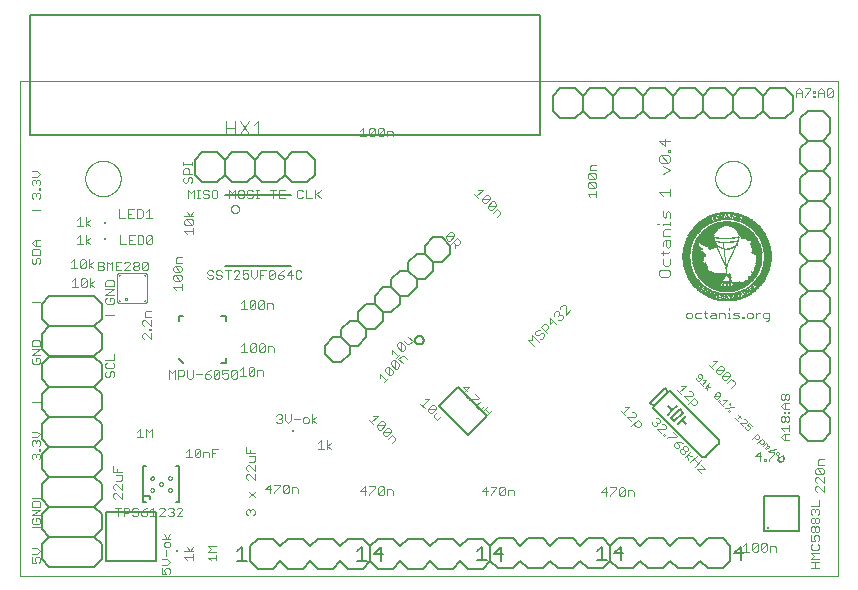
<source format=gto>
G75*
%MOIN*%
%OFA0B0*%
%FSLAX25Y25*%
%IPPOS*%
%LPD*%
%AMOC8*
5,1,8,0,0,1.08239X$1,22.5*
%
%ADD10C,0.00000*%
%ADD11C,0.00300*%
%ADD12R,0.03400X0.00100*%
%ADD13R,0.04800X0.00100*%
%ADD14R,0.05900X0.00100*%
%ADD15R,0.06800X0.00100*%
%ADD16R,0.07600X0.00100*%
%ADD17R,0.00100X0.00100*%
%ADD18R,0.00900X0.00100*%
%ADD19R,0.03200X0.00100*%
%ADD20R,0.03000X0.00100*%
%ADD21R,0.00400X0.00100*%
%ADD22R,0.00700X0.00100*%
%ADD23R,0.00500X0.00100*%
%ADD24R,0.02700X0.00100*%
%ADD25R,0.02300X0.00100*%
%ADD26R,0.00200X0.00100*%
%ADD27R,0.00600X0.00100*%
%ADD28R,0.02400X0.00100*%
%ADD29R,0.02200X0.00100*%
%ADD30R,0.02600X0.00100*%
%ADD31R,0.00300X0.00100*%
%ADD32R,0.01900X0.00100*%
%ADD33R,0.01800X0.00100*%
%ADD34R,0.00800X0.00100*%
%ADD35R,0.02000X0.00100*%
%ADD36R,0.01500X0.00100*%
%ADD37R,0.01600X0.00100*%
%ADD38R,0.01400X0.00100*%
%ADD39R,0.01100X0.00100*%
%ADD40R,0.01700X0.00100*%
%ADD41R,0.01300X0.00100*%
%ADD42R,0.01200X0.00100*%
%ADD43R,0.03700X0.00100*%
%ADD44R,0.05500X0.00100*%
%ADD45R,0.01000X0.00100*%
%ADD46R,0.08000X0.00100*%
%ADD47R,0.02100X0.00100*%
%ADD48R,0.02900X0.00100*%
%ADD49R,0.04200X0.00100*%
%ADD50R,0.05200X0.00100*%
%ADD51R,0.06000X0.00100*%
%ADD52R,0.06700X0.00100*%
%ADD53R,0.07400X0.00100*%
%ADD54R,0.08500X0.00100*%
%ADD55R,0.09000X0.00100*%
%ADD56R,0.09500X0.00100*%
%ADD57R,0.09900X0.00100*%
%ADD58R,0.10300X0.00100*%
%ADD59R,0.10700X0.00100*%
%ADD60R,0.11100X0.00100*%
%ADD61R,0.11500X0.00100*%
%ADD62R,0.11800X0.00100*%
%ADD63R,0.12200X0.00100*%
%ADD64R,0.12500X0.00100*%
%ADD65R,0.04100X0.00100*%
%ADD66R,0.08600X0.00100*%
%ADD67R,0.04500X0.00100*%
%ADD68R,0.04400X0.00100*%
%ADD69R,0.04600X0.00100*%
%ADD70R,0.04900X0.00100*%
%ADD71R,0.05100X0.00100*%
%ADD72R,0.05000X0.00100*%
%ADD73R,0.03500X0.00100*%
%ADD74R,0.05400X0.00100*%
%ADD75R,0.05600X0.00100*%
%ADD76R,0.05800X0.00100*%
%ADD77R,0.02800X0.00100*%
%ADD78R,0.06100X0.00100*%
%ADD79R,0.03300X0.00100*%
%ADD80R,0.06300X0.00100*%
%ADD81R,0.06400X0.00100*%
%ADD82R,0.06600X0.00100*%
%ADD83R,0.06900X0.00100*%
%ADD84R,0.07100X0.00100*%
%ADD85R,0.03100X0.00100*%
%ADD86R,0.07200X0.00100*%
%ADD87R,0.02500X0.00100*%
%ADD88R,0.07700X0.00100*%
%ADD89R,0.07900X0.00100*%
%ADD90R,0.08100X0.00100*%
%ADD91R,0.08200X0.00100*%
%ADD92R,0.08300X0.00100*%
%ADD93R,0.08400X0.00100*%
%ADD94R,0.08800X0.00100*%
%ADD95R,0.09200X0.00100*%
%ADD96R,0.09300X0.00100*%
%ADD97R,0.09400X0.00100*%
%ADD98R,0.09600X0.00100*%
%ADD99R,0.11300X0.00100*%
%ADD100R,0.11400X0.00100*%
%ADD101R,0.10500X0.00100*%
%ADD102R,0.10100X0.00100*%
%ADD103R,0.10200X0.00100*%
%ADD104R,0.06500X0.00100*%
%ADD105R,0.06200X0.00100*%
%ADD106R,0.04700X0.00100*%
%ADD107R,0.03900X0.00100*%
%ADD108R,0.03600X0.00100*%
%ADD109R,0.04000X0.00100*%
%ADD110R,0.04300X0.00100*%
%ADD111R,0.05300X0.00100*%
%ADD112R,0.07000X0.00100*%
%ADD113R,0.05700X0.00100*%
%ADD114R,0.03800X0.00100*%
%ADD115C,0.00500*%
%ADD116R,0.00984X0.00984*%
%ADD117C,0.00600*%
%ADD118C,0.00394*%
%ADD119C,0.00200*%
%ADD120C,0.00400*%
%ADD121C,0.00197*%
%ADD122C,0.00079*%
D10*
X0007378Y0003500D02*
X0007378Y0168500D01*
X0279878Y0168500D01*
X0279878Y0003500D01*
X0007378Y0003500D01*
X0050710Y0032156D02*
X0050712Y0032204D01*
X0050718Y0032252D01*
X0050728Y0032299D01*
X0050741Y0032345D01*
X0050759Y0032390D01*
X0050779Y0032434D01*
X0050804Y0032476D01*
X0050832Y0032515D01*
X0050862Y0032552D01*
X0050896Y0032586D01*
X0050933Y0032618D01*
X0050971Y0032647D01*
X0051012Y0032672D01*
X0051055Y0032694D01*
X0051100Y0032712D01*
X0051146Y0032726D01*
X0051193Y0032737D01*
X0051241Y0032744D01*
X0051289Y0032747D01*
X0051337Y0032746D01*
X0051385Y0032741D01*
X0051433Y0032732D01*
X0051479Y0032720D01*
X0051524Y0032703D01*
X0051568Y0032683D01*
X0051610Y0032660D01*
X0051650Y0032633D01*
X0051688Y0032603D01*
X0051723Y0032570D01*
X0051755Y0032534D01*
X0051785Y0032496D01*
X0051811Y0032455D01*
X0051833Y0032412D01*
X0051853Y0032368D01*
X0051868Y0032323D01*
X0051880Y0032276D01*
X0051888Y0032228D01*
X0051892Y0032180D01*
X0051892Y0032132D01*
X0051888Y0032084D01*
X0051880Y0032036D01*
X0051868Y0031989D01*
X0051853Y0031944D01*
X0051833Y0031900D01*
X0051811Y0031857D01*
X0051785Y0031816D01*
X0051755Y0031778D01*
X0051723Y0031742D01*
X0051688Y0031709D01*
X0051650Y0031679D01*
X0051610Y0031652D01*
X0051568Y0031629D01*
X0051524Y0031609D01*
X0051479Y0031592D01*
X0051433Y0031580D01*
X0051385Y0031571D01*
X0051337Y0031566D01*
X0051289Y0031565D01*
X0051241Y0031568D01*
X0051193Y0031575D01*
X0051146Y0031586D01*
X0051100Y0031600D01*
X0051055Y0031618D01*
X0051012Y0031640D01*
X0050971Y0031665D01*
X0050933Y0031694D01*
X0050896Y0031726D01*
X0050862Y0031760D01*
X0050832Y0031797D01*
X0050804Y0031836D01*
X0050779Y0031878D01*
X0050759Y0031922D01*
X0050741Y0031967D01*
X0050728Y0032013D01*
X0050718Y0032060D01*
X0050712Y0032108D01*
X0050710Y0032156D01*
X0053662Y0034125D02*
X0053664Y0034173D01*
X0053670Y0034221D01*
X0053680Y0034268D01*
X0053693Y0034314D01*
X0053711Y0034359D01*
X0053731Y0034403D01*
X0053756Y0034445D01*
X0053784Y0034484D01*
X0053814Y0034521D01*
X0053848Y0034555D01*
X0053885Y0034587D01*
X0053923Y0034616D01*
X0053964Y0034641D01*
X0054007Y0034663D01*
X0054052Y0034681D01*
X0054098Y0034695D01*
X0054145Y0034706D01*
X0054193Y0034713D01*
X0054241Y0034716D01*
X0054289Y0034715D01*
X0054337Y0034710D01*
X0054385Y0034701D01*
X0054431Y0034689D01*
X0054476Y0034672D01*
X0054520Y0034652D01*
X0054562Y0034629D01*
X0054602Y0034602D01*
X0054640Y0034572D01*
X0054675Y0034539D01*
X0054707Y0034503D01*
X0054737Y0034465D01*
X0054763Y0034424D01*
X0054785Y0034381D01*
X0054805Y0034337D01*
X0054820Y0034292D01*
X0054832Y0034245D01*
X0054840Y0034197D01*
X0054844Y0034149D01*
X0054844Y0034101D01*
X0054840Y0034053D01*
X0054832Y0034005D01*
X0054820Y0033958D01*
X0054805Y0033913D01*
X0054785Y0033869D01*
X0054763Y0033826D01*
X0054737Y0033785D01*
X0054707Y0033747D01*
X0054675Y0033711D01*
X0054640Y0033678D01*
X0054602Y0033648D01*
X0054562Y0033621D01*
X0054520Y0033598D01*
X0054476Y0033578D01*
X0054431Y0033561D01*
X0054385Y0033549D01*
X0054337Y0033540D01*
X0054289Y0033535D01*
X0054241Y0033534D01*
X0054193Y0033537D01*
X0054145Y0033544D01*
X0054098Y0033555D01*
X0054052Y0033569D01*
X0054007Y0033587D01*
X0053964Y0033609D01*
X0053923Y0033634D01*
X0053885Y0033663D01*
X0053848Y0033695D01*
X0053814Y0033729D01*
X0053784Y0033766D01*
X0053756Y0033805D01*
X0053731Y0033847D01*
X0053711Y0033891D01*
X0053693Y0033936D01*
X0053680Y0033982D01*
X0053670Y0034029D01*
X0053664Y0034077D01*
X0053662Y0034125D01*
X0050710Y0036094D02*
X0050712Y0036142D01*
X0050718Y0036190D01*
X0050728Y0036237D01*
X0050741Y0036283D01*
X0050759Y0036328D01*
X0050779Y0036372D01*
X0050804Y0036414D01*
X0050832Y0036453D01*
X0050862Y0036490D01*
X0050896Y0036524D01*
X0050933Y0036556D01*
X0050971Y0036585D01*
X0051012Y0036610D01*
X0051055Y0036632D01*
X0051100Y0036650D01*
X0051146Y0036664D01*
X0051193Y0036675D01*
X0051241Y0036682D01*
X0051289Y0036685D01*
X0051337Y0036684D01*
X0051385Y0036679D01*
X0051433Y0036670D01*
X0051479Y0036658D01*
X0051524Y0036641D01*
X0051568Y0036621D01*
X0051610Y0036598D01*
X0051650Y0036571D01*
X0051688Y0036541D01*
X0051723Y0036508D01*
X0051755Y0036472D01*
X0051785Y0036434D01*
X0051811Y0036393D01*
X0051833Y0036350D01*
X0051853Y0036306D01*
X0051868Y0036261D01*
X0051880Y0036214D01*
X0051888Y0036166D01*
X0051892Y0036118D01*
X0051892Y0036070D01*
X0051888Y0036022D01*
X0051880Y0035974D01*
X0051868Y0035927D01*
X0051853Y0035882D01*
X0051833Y0035838D01*
X0051811Y0035795D01*
X0051785Y0035754D01*
X0051755Y0035716D01*
X0051723Y0035680D01*
X0051688Y0035647D01*
X0051650Y0035617D01*
X0051610Y0035590D01*
X0051568Y0035567D01*
X0051524Y0035547D01*
X0051479Y0035530D01*
X0051433Y0035518D01*
X0051385Y0035509D01*
X0051337Y0035504D01*
X0051289Y0035503D01*
X0051241Y0035506D01*
X0051193Y0035513D01*
X0051146Y0035524D01*
X0051100Y0035538D01*
X0051055Y0035556D01*
X0051012Y0035578D01*
X0050971Y0035603D01*
X0050933Y0035632D01*
X0050896Y0035664D01*
X0050862Y0035698D01*
X0050832Y0035735D01*
X0050804Y0035774D01*
X0050779Y0035816D01*
X0050759Y0035860D01*
X0050741Y0035905D01*
X0050728Y0035951D01*
X0050718Y0035998D01*
X0050712Y0036046D01*
X0050710Y0036094D01*
X0056615Y0036094D02*
X0056617Y0036142D01*
X0056623Y0036190D01*
X0056633Y0036237D01*
X0056646Y0036283D01*
X0056664Y0036328D01*
X0056684Y0036372D01*
X0056709Y0036414D01*
X0056737Y0036453D01*
X0056767Y0036490D01*
X0056801Y0036524D01*
X0056838Y0036556D01*
X0056876Y0036585D01*
X0056917Y0036610D01*
X0056960Y0036632D01*
X0057005Y0036650D01*
X0057051Y0036664D01*
X0057098Y0036675D01*
X0057146Y0036682D01*
X0057194Y0036685D01*
X0057242Y0036684D01*
X0057290Y0036679D01*
X0057338Y0036670D01*
X0057384Y0036658D01*
X0057429Y0036641D01*
X0057473Y0036621D01*
X0057515Y0036598D01*
X0057555Y0036571D01*
X0057593Y0036541D01*
X0057628Y0036508D01*
X0057660Y0036472D01*
X0057690Y0036434D01*
X0057716Y0036393D01*
X0057738Y0036350D01*
X0057758Y0036306D01*
X0057773Y0036261D01*
X0057785Y0036214D01*
X0057793Y0036166D01*
X0057797Y0036118D01*
X0057797Y0036070D01*
X0057793Y0036022D01*
X0057785Y0035974D01*
X0057773Y0035927D01*
X0057758Y0035882D01*
X0057738Y0035838D01*
X0057716Y0035795D01*
X0057690Y0035754D01*
X0057660Y0035716D01*
X0057628Y0035680D01*
X0057593Y0035647D01*
X0057555Y0035617D01*
X0057515Y0035590D01*
X0057473Y0035567D01*
X0057429Y0035547D01*
X0057384Y0035530D01*
X0057338Y0035518D01*
X0057290Y0035509D01*
X0057242Y0035504D01*
X0057194Y0035503D01*
X0057146Y0035506D01*
X0057098Y0035513D01*
X0057051Y0035524D01*
X0057005Y0035538D01*
X0056960Y0035556D01*
X0056917Y0035578D01*
X0056876Y0035603D01*
X0056838Y0035632D01*
X0056801Y0035664D01*
X0056767Y0035698D01*
X0056737Y0035735D01*
X0056709Y0035774D01*
X0056684Y0035816D01*
X0056664Y0035860D01*
X0056646Y0035905D01*
X0056633Y0035951D01*
X0056623Y0035998D01*
X0056617Y0036046D01*
X0056615Y0036094D01*
X0056615Y0032156D02*
X0056617Y0032204D01*
X0056623Y0032252D01*
X0056633Y0032299D01*
X0056646Y0032345D01*
X0056664Y0032390D01*
X0056684Y0032434D01*
X0056709Y0032476D01*
X0056737Y0032515D01*
X0056767Y0032552D01*
X0056801Y0032586D01*
X0056838Y0032618D01*
X0056876Y0032647D01*
X0056917Y0032672D01*
X0056960Y0032694D01*
X0057005Y0032712D01*
X0057051Y0032726D01*
X0057098Y0032737D01*
X0057146Y0032744D01*
X0057194Y0032747D01*
X0057242Y0032746D01*
X0057290Y0032741D01*
X0057338Y0032732D01*
X0057384Y0032720D01*
X0057429Y0032703D01*
X0057473Y0032683D01*
X0057515Y0032660D01*
X0057555Y0032633D01*
X0057593Y0032603D01*
X0057628Y0032570D01*
X0057660Y0032534D01*
X0057690Y0032496D01*
X0057716Y0032455D01*
X0057738Y0032412D01*
X0057758Y0032368D01*
X0057773Y0032323D01*
X0057785Y0032276D01*
X0057793Y0032228D01*
X0057797Y0032180D01*
X0057797Y0032132D01*
X0057793Y0032084D01*
X0057785Y0032036D01*
X0057773Y0031989D01*
X0057758Y0031944D01*
X0057738Y0031900D01*
X0057716Y0031857D01*
X0057690Y0031816D01*
X0057660Y0031778D01*
X0057628Y0031742D01*
X0057593Y0031709D01*
X0057555Y0031679D01*
X0057515Y0031652D01*
X0057473Y0031629D01*
X0057429Y0031609D01*
X0057384Y0031592D01*
X0057338Y0031580D01*
X0057290Y0031571D01*
X0057242Y0031566D01*
X0057194Y0031565D01*
X0057146Y0031568D01*
X0057098Y0031575D01*
X0057051Y0031586D01*
X0057005Y0031600D01*
X0056960Y0031618D01*
X0056917Y0031640D01*
X0056876Y0031665D01*
X0056838Y0031694D01*
X0056801Y0031726D01*
X0056767Y0031760D01*
X0056737Y0031797D01*
X0056709Y0031836D01*
X0056684Y0031878D01*
X0056664Y0031922D01*
X0056646Y0031967D01*
X0056633Y0032013D01*
X0056623Y0032060D01*
X0056617Y0032108D01*
X0056615Y0032156D01*
X0028972Y0136000D02*
X0028974Y0136153D01*
X0028980Y0136307D01*
X0028990Y0136460D01*
X0029004Y0136612D01*
X0029022Y0136765D01*
X0029044Y0136916D01*
X0029069Y0137067D01*
X0029099Y0137218D01*
X0029133Y0137368D01*
X0029170Y0137516D01*
X0029211Y0137664D01*
X0029256Y0137810D01*
X0029305Y0137956D01*
X0029358Y0138100D01*
X0029414Y0138242D01*
X0029474Y0138383D01*
X0029538Y0138523D01*
X0029605Y0138661D01*
X0029676Y0138797D01*
X0029751Y0138931D01*
X0029828Y0139063D01*
X0029910Y0139193D01*
X0029994Y0139321D01*
X0030082Y0139447D01*
X0030173Y0139570D01*
X0030267Y0139691D01*
X0030365Y0139809D01*
X0030465Y0139925D01*
X0030569Y0140038D01*
X0030675Y0140149D01*
X0030784Y0140257D01*
X0030896Y0140362D01*
X0031010Y0140463D01*
X0031128Y0140562D01*
X0031247Y0140658D01*
X0031369Y0140751D01*
X0031494Y0140840D01*
X0031621Y0140927D01*
X0031750Y0141009D01*
X0031881Y0141089D01*
X0032014Y0141165D01*
X0032149Y0141238D01*
X0032286Y0141307D01*
X0032425Y0141372D01*
X0032565Y0141434D01*
X0032707Y0141492D01*
X0032850Y0141547D01*
X0032995Y0141598D01*
X0033141Y0141645D01*
X0033288Y0141688D01*
X0033436Y0141727D01*
X0033585Y0141763D01*
X0033735Y0141794D01*
X0033886Y0141822D01*
X0034037Y0141846D01*
X0034190Y0141866D01*
X0034342Y0141882D01*
X0034495Y0141894D01*
X0034648Y0141902D01*
X0034801Y0141906D01*
X0034955Y0141906D01*
X0035108Y0141902D01*
X0035261Y0141894D01*
X0035414Y0141882D01*
X0035566Y0141866D01*
X0035719Y0141846D01*
X0035870Y0141822D01*
X0036021Y0141794D01*
X0036171Y0141763D01*
X0036320Y0141727D01*
X0036468Y0141688D01*
X0036615Y0141645D01*
X0036761Y0141598D01*
X0036906Y0141547D01*
X0037049Y0141492D01*
X0037191Y0141434D01*
X0037331Y0141372D01*
X0037470Y0141307D01*
X0037607Y0141238D01*
X0037742Y0141165D01*
X0037875Y0141089D01*
X0038006Y0141009D01*
X0038135Y0140927D01*
X0038262Y0140840D01*
X0038387Y0140751D01*
X0038509Y0140658D01*
X0038628Y0140562D01*
X0038746Y0140463D01*
X0038860Y0140362D01*
X0038972Y0140257D01*
X0039081Y0140149D01*
X0039187Y0140038D01*
X0039291Y0139925D01*
X0039391Y0139809D01*
X0039489Y0139691D01*
X0039583Y0139570D01*
X0039674Y0139447D01*
X0039762Y0139321D01*
X0039846Y0139193D01*
X0039928Y0139063D01*
X0040005Y0138931D01*
X0040080Y0138797D01*
X0040151Y0138661D01*
X0040218Y0138523D01*
X0040282Y0138383D01*
X0040342Y0138242D01*
X0040398Y0138100D01*
X0040451Y0137956D01*
X0040500Y0137810D01*
X0040545Y0137664D01*
X0040586Y0137516D01*
X0040623Y0137368D01*
X0040657Y0137218D01*
X0040687Y0137067D01*
X0040712Y0136916D01*
X0040734Y0136765D01*
X0040752Y0136612D01*
X0040766Y0136460D01*
X0040776Y0136307D01*
X0040782Y0136153D01*
X0040784Y0136000D01*
X0040782Y0135847D01*
X0040776Y0135693D01*
X0040766Y0135540D01*
X0040752Y0135388D01*
X0040734Y0135235D01*
X0040712Y0135084D01*
X0040687Y0134933D01*
X0040657Y0134782D01*
X0040623Y0134632D01*
X0040586Y0134484D01*
X0040545Y0134336D01*
X0040500Y0134190D01*
X0040451Y0134044D01*
X0040398Y0133900D01*
X0040342Y0133758D01*
X0040282Y0133617D01*
X0040218Y0133477D01*
X0040151Y0133339D01*
X0040080Y0133203D01*
X0040005Y0133069D01*
X0039928Y0132937D01*
X0039846Y0132807D01*
X0039762Y0132679D01*
X0039674Y0132553D01*
X0039583Y0132430D01*
X0039489Y0132309D01*
X0039391Y0132191D01*
X0039291Y0132075D01*
X0039187Y0131962D01*
X0039081Y0131851D01*
X0038972Y0131743D01*
X0038860Y0131638D01*
X0038746Y0131537D01*
X0038628Y0131438D01*
X0038509Y0131342D01*
X0038387Y0131249D01*
X0038262Y0131160D01*
X0038135Y0131073D01*
X0038006Y0130991D01*
X0037875Y0130911D01*
X0037742Y0130835D01*
X0037607Y0130762D01*
X0037470Y0130693D01*
X0037331Y0130628D01*
X0037191Y0130566D01*
X0037049Y0130508D01*
X0036906Y0130453D01*
X0036761Y0130402D01*
X0036615Y0130355D01*
X0036468Y0130312D01*
X0036320Y0130273D01*
X0036171Y0130237D01*
X0036021Y0130206D01*
X0035870Y0130178D01*
X0035719Y0130154D01*
X0035566Y0130134D01*
X0035414Y0130118D01*
X0035261Y0130106D01*
X0035108Y0130098D01*
X0034955Y0130094D01*
X0034801Y0130094D01*
X0034648Y0130098D01*
X0034495Y0130106D01*
X0034342Y0130118D01*
X0034190Y0130134D01*
X0034037Y0130154D01*
X0033886Y0130178D01*
X0033735Y0130206D01*
X0033585Y0130237D01*
X0033436Y0130273D01*
X0033288Y0130312D01*
X0033141Y0130355D01*
X0032995Y0130402D01*
X0032850Y0130453D01*
X0032707Y0130508D01*
X0032565Y0130566D01*
X0032425Y0130628D01*
X0032286Y0130693D01*
X0032149Y0130762D01*
X0032014Y0130835D01*
X0031881Y0130911D01*
X0031750Y0130991D01*
X0031621Y0131073D01*
X0031494Y0131160D01*
X0031369Y0131249D01*
X0031247Y0131342D01*
X0031128Y0131438D01*
X0031010Y0131537D01*
X0030896Y0131638D01*
X0030784Y0131743D01*
X0030675Y0131851D01*
X0030569Y0131962D01*
X0030465Y0132075D01*
X0030365Y0132191D01*
X0030267Y0132309D01*
X0030173Y0132430D01*
X0030082Y0132553D01*
X0029994Y0132679D01*
X0029910Y0132807D01*
X0029828Y0132937D01*
X0029751Y0133069D01*
X0029676Y0133203D01*
X0029605Y0133339D01*
X0029538Y0133477D01*
X0029474Y0133617D01*
X0029414Y0133758D01*
X0029358Y0133900D01*
X0029305Y0134044D01*
X0029256Y0134190D01*
X0029211Y0134336D01*
X0029170Y0134484D01*
X0029133Y0134632D01*
X0029099Y0134782D01*
X0029069Y0134933D01*
X0029044Y0135084D01*
X0029022Y0135235D01*
X0029004Y0135388D01*
X0028990Y0135540D01*
X0028980Y0135693D01*
X0028974Y0135847D01*
X0028972Y0136000D01*
X0238972Y0136000D02*
X0238974Y0136153D01*
X0238980Y0136307D01*
X0238990Y0136460D01*
X0239004Y0136612D01*
X0239022Y0136765D01*
X0239044Y0136916D01*
X0239069Y0137067D01*
X0239099Y0137218D01*
X0239133Y0137368D01*
X0239170Y0137516D01*
X0239211Y0137664D01*
X0239256Y0137810D01*
X0239305Y0137956D01*
X0239358Y0138100D01*
X0239414Y0138242D01*
X0239474Y0138383D01*
X0239538Y0138523D01*
X0239605Y0138661D01*
X0239676Y0138797D01*
X0239751Y0138931D01*
X0239828Y0139063D01*
X0239910Y0139193D01*
X0239994Y0139321D01*
X0240082Y0139447D01*
X0240173Y0139570D01*
X0240267Y0139691D01*
X0240365Y0139809D01*
X0240465Y0139925D01*
X0240569Y0140038D01*
X0240675Y0140149D01*
X0240784Y0140257D01*
X0240896Y0140362D01*
X0241010Y0140463D01*
X0241128Y0140562D01*
X0241247Y0140658D01*
X0241369Y0140751D01*
X0241494Y0140840D01*
X0241621Y0140927D01*
X0241750Y0141009D01*
X0241881Y0141089D01*
X0242014Y0141165D01*
X0242149Y0141238D01*
X0242286Y0141307D01*
X0242425Y0141372D01*
X0242565Y0141434D01*
X0242707Y0141492D01*
X0242850Y0141547D01*
X0242995Y0141598D01*
X0243141Y0141645D01*
X0243288Y0141688D01*
X0243436Y0141727D01*
X0243585Y0141763D01*
X0243735Y0141794D01*
X0243886Y0141822D01*
X0244037Y0141846D01*
X0244190Y0141866D01*
X0244342Y0141882D01*
X0244495Y0141894D01*
X0244648Y0141902D01*
X0244801Y0141906D01*
X0244955Y0141906D01*
X0245108Y0141902D01*
X0245261Y0141894D01*
X0245414Y0141882D01*
X0245566Y0141866D01*
X0245719Y0141846D01*
X0245870Y0141822D01*
X0246021Y0141794D01*
X0246171Y0141763D01*
X0246320Y0141727D01*
X0246468Y0141688D01*
X0246615Y0141645D01*
X0246761Y0141598D01*
X0246906Y0141547D01*
X0247049Y0141492D01*
X0247191Y0141434D01*
X0247331Y0141372D01*
X0247470Y0141307D01*
X0247607Y0141238D01*
X0247742Y0141165D01*
X0247875Y0141089D01*
X0248006Y0141009D01*
X0248135Y0140927D01*
X0248262Y0140840D01*
X0248387Y0140751D01*
X0248509Y0140658D01*
X0248628Y0140562D01*
X0248746Y0140463D01*
X0248860Y0140362D01*
X0248972Y0140257D01*
X0249081Y0140149D01*
X0249187Y0140038D01*
X0249291Y0139925D01*
X0249391Y0139809D01*
X0249489Y0139691D01*
X0249583Y0139570D01*
X0249674Y0139447D01*
X0249762Y0139321D01*
X0249846Y0139193D01*
X0249928Y0139063D01*
X0250005Y0138931D01*
X0250080Y0138797D01*
X0250151Y0138661D01*
X0250218Y0138523D01*
X0250282Y0138383D01*
X0250342Y0138242D01*
X0250398Y0138100D01*
X0250451Y0137956D01*
X0250500Y0137810D01*
X0250545Y0137664D01*
X0250586Y0137516D01*
X0250623Y0137368D01*
X0250657Y0137218D01*
X0250687Y0137067D01*
X0250712Y0136916D01*
X0250734Y0136765D01*
X0250752Y0136612D01*
X0250766Y0136460D01*
X0250776Y0136307D01*
X0250782Y0136153D01*
X0250784Y0136000D01*
X0250782Y0135847D01*
X0250776Y0135693D01*
X0250766Y0135540D01*
X0250752Y0135388D01*
X0250734Y0135235D01*
X0250712Y0135084D01*
X0250687Y0134933D01*
X0250657Y0134782D01*
X0250623Y0134632D01*
X0250586Y0134484D01*
X0250545Y0134336D01*
X0250500Y0134190D01*
X0250451Y0134044D01*
X0250398Y0133900D01*
X0250342Y0133758D01*
X0250282Y0133617D01*
X0250218Y0133477D01*
X0250151Y0133339D01*
X0250080Y0133203D01*
X0250005Y0133069D01*
X0249928Y0132937D01*
X0249846Y0132807D01*
X0249762Y0132679D01*
X0249674Y0132553D01*
X0249583Y0132430D01*
X0249489Y0132309D01*
X0249391Y0132191D01*
X0249291Y0132075D01*
X0249187Y0131962D01*
X0249081Y0131851D01*
X0248972Y0131743D01*
X0248860Y0131638D01*
X0248746Y0131537D01*
X0248628Y0131438D01*
X0248509Y0131342D01*
X0248387Y0131249D01*
X0248262Y0131160D01*
X0248135Y0131073D01*
X0248006Y0130991D01*
X0247875Y0130911D01*
X0247742Y0130835D01*
X0247607Y0130762D01*
X0247470Y0130693D01*
X0247331Y0130628D01*
X0247191Y0130566D01*
X0247049Y0130508D01*
X0246906Y0130453D01*
X0246761Y0130402D01*
X0246615Y0130355D01*
X0246468Y0130312D01*
X0246320Y0130273D01*
X0246171Y0130237D01*
X0246021Y0130206D01*
X0245870Y0130178D01*
X0245719Y0130154D01*
X0245566Y0130134D01*
X0245414Y0130118D01*
X0245261Y0130106D01*
X0245108Y0130098D01*
X0244955Y0130094D01*
X0244801Y0130094D01*
X0244648Y0130098D01*
X0244495Y0130106D01*
X0244342Y0130118D01*
X0244190Y0130134D01*
X0244037Y0130154D01*
X0243886Y0130178D01*
X0243735Y0130206D01*
X0243585Y0130237D01*
X0243436Y0130273D01*
X0243288Y0130312D01*
X0243141Y0130355D01*
X0242995Y0130402D01*
X0242850Y0130453D01*
X0242707Y0130508D01*
X0242565Y0130566D01*
X0242425Y0130628D01*
X0242286Y0130693D01*
X0242149Y0130762D01*
X0242014Y0130835D01*
X0241881Y0130911D01*
X0241750Y0130991D01*
X0241621Y0131073D01*
X0241494Y0131160D01*
X0241369Y0131249D01*
X0241247Y0131342D01*
X0241128Y0131438D01*
X0241010Y0131537D01*
X0240896Y0131638D01*
X0240784Y0131743D01*
X0240675Y0131851D01*
X0240569Y0131962D01*
X0240465Y0132075D01*
X0240365Y0132191D01*
X0240267Y0132309D01*
X0240173Y0132430D01*
X0240082Y0132553D01*
X0239994Y0132679D01*
X0239910Y0132807D01*
X0239828Y0132937D01*
X0239751Y0133069D01*
X0239676Y0133203D01*
X0239605Y0133339D01*
X0239538Y0133477D01*
X0239474Y0133617D01*
X0239414Y0133758D01*
X0239358Y0133900D01*
X0239305Y0134044D01*
X0239256Y0134190D01*
X0239211Y0134336D01*
X0239170Y0134484D01*
X0239133Y0134632D01*
X0239099Y0134782D01*
X0239069Y0134933D01*
X0239044Y0135084D01*
X0239022Y0135235D01*
X0239004Y0135388D01*
X0238990Y0135540D01*
X0238980Y0135693D01*
X0238974Y0135847D01*
X0238972Y0136000D01*
D11*
X0223928Y0138760D02*
X0221460Y0139995D01*
X0220842Y0141209D02*
X0220225Y0141826D01*
X0220225Y0143061D01*
X0220842Y0143678D01*
X0223311Y0141209D01*
X0223928Y0141826D01*
X0223928Y0143061D01*
X0223311Y0143678D01*
X0220842Y0143678D01*
X0220842Y0141209D02*
X0223311Y0141209D01*
X0223928Y0138760D02*
X0221460Y0137526D01*
X0223928Y0132628D02*
X0223928Y0130160D01*
X0223928Y0131394D02*
X0220225Y0131394D01*
X0221460Y0130160D01*
X0221460Y0125262D02*
X0221460Y0123411D01*
X0222077Y0122793D01*
X0222694Y0123411D01*
X0222694Y0124645D01*
X0223311Y0125262D01*
X0223928Y0124645D01*
X0223928Y0122793D01*
X0223928Y0121572D02*
X0223928Y0120338D01*
X0223928Y0120955D02*
X0221460Y0120955D01*
X0221460Y0120338D01*
X0222077Y0119124D02*
X0223928Y0119124D01*
X0222077Y0119124D02*
X0221460Y0118506D01*
X0221460Y0116655D01*
X0223928Y0116655D01*
X0223928Y0115440D02*
X0223928Y0113589D01*
X0223311Y0112972D01*
X0222694Y0113589D01*
X0222694Y0115440D01*
X0222077Y0115440D02*
X0223928Y0115440D01*
X0222077Y0115440D02*
X0221460Y0114823D01*
X0221460Y0113589D01*
X0221460Y0111751D02*
X0221460Y0110516D01*
X0220842Y0111133D02*
X0223311Y0111133D01*
X0223928Y0111751D01*
X0223928Y0109302D02*
X0223928Y0107450D01*
X0223311Y0106833D01*
X0222077Y0106833D01*
X0221460Y0107450D01*
X0221460Y0109302D01*
X0220842Y0105619D02*
X0220225Y0105002D01*
X0220225Y0103767D01*
X0220842Y0103150D01*
X0223311Y0103150D01*
X0223928Y0103767D01*
X0223928Y0105002D01*
X0223311Y0105619D01*
X0220842Y0105619D01*
X0220225Y0120955D02*
X0219608Y0120955D01*
X0199328Y0129864D02*
X0199328Y0131799D01*
X0199328Y0130831D02*
X0196426Y0130831D01*
X0197393Y0129864D01*
X0196910Y0132810D02*
X0196426Y0133294D01*
X0196426Y0134262D01*
X0196910Y0134745D01*
X0198845Y0132810D01*
X0199328Y0133294D01*
X0199328Y0134262D01*
X0198845Y0134745D01*
X0196910Y0134745D01*
X0196910Y0135757D02*
X0196426Y0136241D01*
X0196426Y0137208D01*
X0196910Y0137692D01*
X0198845Y0135757D01*
X0199328Y0136241D01*
X0199328Y0137208D01*
X0198845Y0137692D01*
X0196910Y0137692D01*
X0197393Y0138703D02*
X0197393Y0140155D01*
X0197877Y0140638D01*
X0199328Y0140638D01*
X0199328Y0138703D02*
X0197393Y0138703D01*
X0196910Y0135757D02*
X0198845Y0135757D01*
X0198845Y0132810D02*
X0196910Y0132810D01*
X0220225Y0148585D02*
X0222077Y0146734D01*
X0222077Y0149203D01*
X0223928Y0148585D02*
X0220225Y0148585D01*
X0223311Y0145509D02*
X0223928Y0145509D01*
X0223928Y0144892D01*
X0223311Y0144892D01*
X0223311Y0145509D01*
X0265828Y0163150D02*
X0265828Y0165085D01*
X0266796Y0166052D01*
X0267763Y0165085D01*
X0267763Y0163150D01*
X0268775Y0163150D02*
X0268775Y0163634D01*
X0270710Y0165569D01*
X0270710Y0166052D01*
X0268775Y0166052D01*
X0267763Y0164601D02*
X0265828Y0164601D01*
X0271721Y0164601D02*
X0271721Y0165085D01*
X0272205Y0165085D01*
X0272205Y0164601D01*
X0271721Y0164601D01*
X0271721Y0163634D02*
X0271721Y0163150D01*
X0272205Y0163150D01*
X0272205Y0163634D01*
X0271721Y0163634D01*
X0273195Y0163150D02*
X0273195Y0165085D01*
X0274162Y0166052D01*
X0275130Y0165085D01*
X0275130Y0163150D01*
X0276141Y0163634D02*
X0278076Y0165569D01*
X0278076Y0163634D01*
X0277592Y0163150D01*
X0276625Y0163150D01*
X0276141Y0163634D01*
X0276141Y0165569D01*
X0276625Y0166052D01*
X0277592Y0166052D01*
X0278076Y0165569D01*
X0275130Y0164601D02*
X0273195Y0164601D01*
X0243562Y0092736D02*
X0243562Y0092252D01*
X0243562Y0091285D02*
X0243079Y0091285D01*
X0243562Y0091285D02*
X0243562Y0089350D01*
X0243079Y0089350D02*
X0244046Y0089350D01*
X0245043Y0089350D02*
X0246494Y0089350D01*
X0246978Y0089834D01*
X0246494Y0090317D01*
X0245527Y0090317D01*
X0245043Y0090801D01*
X0245527Y0091285D01*
X0246978Y0091285D01*
X0247990Y0089834D02*
X0248473Y0089834D01*
X0248473Y0089350D01*
X0247990Y0089350D01*
X0247990Y0089834D01*
X0249463Y0089834D02*
X0249463Y0090801D01*
X0249947Y0091285D01*
X0250914Y0091285D01*
X0251398Y0090801D01*
X0251398Y0089834D01*
X0250914Y0089350D01*
X0249947Y0089350D01*
X0249463Y0089834D01*
X0252409Y0090317D02*
X0253377Y0091285D01*
X0253861Y0091285D01*
X0254865Y0090801D02*
X0254865Y0089834D01*
X0255348Y0089350D01*
X0256800Y0089350D01*
X0256800Y0088866D02*
X0256800Y0091285D01*
X0255348Y0091285D01*
X0254865Y0090801D01*
X0252409Y0091285D02*
X0252409Y0089350D01*
X0255832Y0088383D02*
X0256316Y0088383D01*
X0256800Y0088866D01*
X0242067Y0089350D02*
X0242067Y0090801D01*
X0241583Y0091285D01*
X0240132Y0091285D01*
X0240132Y0089350D01*
X0239121Y0089350D02*
X0237669Y0089350D01*
X0237186Y0089834D01*
X0237669Y0090317D01*
X0239121Y0090317D01*
X0239121Y0090801D02*
X0239121Y0089350D01*
X0239121Y0090801D02*
X0238637Y0091285D01*
X0237669Y0091285D01*
X0236189Y0091285D02*
X0235221Y0091285D01*
X0235705Y0091769D02*
X0235705Y0089834D01*
X0236189Y0089350D01*
X0234210Y0089350D02*
X0232759Y0089350D01*
X0232275Y0089834D01*
X0232275Y0090801D01*
X0232759Y0091285D01*
X0234210Y0091285D01*
X0231263Y0090801D02*
X0231263Y0089834D01*
X0230780Y0089350D01*
X0229812Y0089350D01*
X0229328Y0089834D01*
X0229328Y0090801D01*
X0229812Y0091285D01*
X0230780Y0091285D01*
X0231263Y0090801D01*
X0238138Y0075283D02*
X0239506Y0075283D01*
X0237453Y0073230D01*
X0236769Y0073914D02*
X0238138Y0072546D01*
X0239195Y0072173D02*
X0241931Y0072173D01*
X0240563Y0070805D01*
X0239879Y0070805D01*
X0239195Y0071489D01*
X0239195Y0072173D01*
X0240563Y0073541D01*
X0241247Y0073541D01*
X0241931Y0072857D01*
X0241931Y0072173D01*
X0242647Y0071458D02*
X0243331Y0071458D01*
X0244015Y0070774D01*
X0244015Y0070089D01*
X0241278Y0070089D01*
X0241278Y0069405D01*
X0241963Y0068721D01*
X0242647Y0068721D01*
X0244015Y0070089D01*
X0244388Y0069032D02*
X0245414Y0068006D01*
X0245414Y0067322D01*
X0244388Y0066296D01*
X0243020Y0067664D02*
X0244388Y0069032D01*
X0242647Y0071458D02*
X0241278Y0070089D01*
X0231511Y0064471D02*
X0230827Y0065155D01*
X0230143Y0065155D01*
X0231511Y0064471D02*
X0231511Y0063787D01*
X0231169Y0063445D01*
X0228433Y0063445D01*
X0229801Y0062077D01*
X0230516Y0061361D02*
X0231542Y0060335D01*
X0232226Y0060335D01*
X0232910Y0061019D01*
X0232910Y0061703D01*
X0231884Y0062730D01*
X0229832Y0060677D01*
X0227717Y0064160D02*
X0226349Y0065528D01*
X0227033Y0064844D02*
X0229086Y0066897D01*
X0227717Y0066897D01*
X0219919Y0056246D02*
X0220603Y0055562D01*
X0220603Y0054878D01*
X0220261Y0054536D01*
X0219577Y0054536D01*
X0219577Y0053852D01*
X0219235Y0053510D01*
X0218551Y0053510D01*
X0217867Y0054194D01*
X0217867Y0054878D01*
X0219235Y0054878D02*
X0219577Y0054536D01*
X0219235Y0056246D02*
X0219919Y0056246D01*
X0221318Y0054163D02*
X0222002Y0054163D01*
X0222687Y0053479D01*
X0222687Y0052795D01*
X0222344Y0052453D01*
X0219608Y0052453D01*
X0220976Y0051084D01*
X0221692Y0050369D02*
X0222034Y0050027D01*
X0222376Y0050369D01*
X0222034Y0050711D01*
X0221692Y0050369D01*
X0222733Y0049327D02*
X0223075Y0049669D01*
X0225812Y0049669D01*
X0226154Y0050012D01*
X0224786Y0051380D01*
X0225843Y0048270D02*
X0226869Y0047244D01*
X0226869Y0046560D01*
X0226527Y0046218D01*
X0225843Y0046218D01*
X0225159Y0046902D01*
X0225159Y0047586D01*
X0225843Y0048270D01*
X0227211Y0048270D01*
X0228237Y0047928D01*
X0228611Y0046871D02*
X0228269Y0046529D01*
X0228268Y0045844D01*
X0228953Y0045160D01*
X0228953Y0044476D01*
X0228611Y0044134D01*
X0227926Y0044134D01*
X0227242Y0044818D01*
X0227242Y0045502D01*
X0227584Y0045844D01*
X0228268Y0045844D01*
X0228953Y0045160D02*
X0229637Y0045160D01*
X0229979Y0045502D01*
X0229979Y0046187D01*
X0229295Y0046871D01*
X0228611Y0046871D01*
X0231036Y0045129D02*
X0228984Y0043077D01*
X0229668Y0043761D02*
X0231378Y0043419D01*
X0231746Y0042367D02*
X0233114Y0040999D01*
X0234172Y0040625D02*
X0235540Y0039257D01*
X0232804Y0039257D01*
X0234172Y0037889D01*
X0232088Y0039972D02*
X0234141Y0042025D01*
X0232772Y0043393D02*
X0230720Y0041341D01*
X0230010Y0042051D02*
X0229668Y0043761D01*
X0214102Y0053928D02*
X0213418Y0053244D01*
X0212734Y0053244D01*
X0211708Y0054270D01*
X0211024Y0053586D02*
X0213076Y0055638D01*
X0214102Y0054612D01*
X0214102Y0053928D01*
X0212361Y0056354D02*
X0209624Y0056354D01*
X0210992Y0054985D01*
X0212361Y0056354D02*
X0212703Y0056696D01*
X0212703Y0057380D01*
X0212019Y0058064D01*
X0211335Y0058064D01*
X0210277Y0059805D02*
X0208225Y0057753D01*
X0207541Y0058437D02*
X0208909Y0057069D01*
X0208909Y0059805D02*
X0210277Y0059805D01*
X0208373Y0033052D02*
X0208856Y0032569D01*
X0206921Y0030634D01*
X0207405Y0030150D01*
X0208373Y0030150D01*
X0208856Y0030634D01*
X0208856Y0032569D01*
X0208373Y0033052D02*
X0207405Y0033052D01*
X0206921Y0032569D01*
X0206921Y0030634D01*
X0205910Y0032569D02*
X0203975Y0030634D01*
X0203975Y0030150D01*
X0202480Y0030150D02*
X0202480Y0033052D01*
X0201028Y0031601D01*
X0202963Y0031601D01*
X0203975Y0033052D02*
X0205910Y0033052D01*
X0205910Y0032569D01*
X0209868Y0032085D02*
X0209868Y0030150D01*
X0211803Y0030150D02*
X0211803Y0031601D01*
X0211319Y0032085D01*
X0209868Y0032085D01*
X0171903Y0031801D02*
X0171903Y0030350D01*
X0171903Y0031801D02*
X0171419Y0032285D01*
X0169968Y0032285D01*
X0169968Y0030350D01*
X0168956Y0030834D02*
X0168473Y0030350D01*
X0167505Y0030350D01*
X0167021Y0030834D01*
X0168956Y0032769D01*
X0168956Y0030834D01*
X0167021Y0030834D02*
X0167021Y0032769D01*
X0167505Y0033252D01*
X0168473Y0033252D01*
X0168956Y0032769D01*
X0166010Y0032769D02*
X0164075Y0030834D01*
X0164075Y0030350D01*
X0162580Y0030350D02*
X0162580Y0033252D01*
X0161128Y0031801D01*
X0163063Y0031801D01*
X0164075Y0033252D02*
X0166010Y0033252D01*
X0166010Y0032769D01*
X0146239Y0055435D02*
X0147607Y0056803D01*
X0146239Y0058171D02*
X0145213Y0057145D01*
X0145213Y0056461D01*
X0146239Y0055435D01*
X0144498Y0057860D02*
X0143814Y0057860D01*
X0143129Y0058544D01*
X0143129Y0059228D01*
X0145866Y0059228D01*
X0144498Y0057860D01*
X0145866Y0059228D02*
X0145866Y0059912D01*
X0145182Y0060597D01*
X0144498Y0060597D01*
X0143129Y0059228D01*
X0142072Y0059602D02*
X0140704Y0060970D01*
X0141388Y0060286D02*
X0143440Y0062338D01*
X0142072Y0062338D01*
X0154869Y0064335D02*
X0156921Y0066387D01*
X0154869Y0066387D01*
X0156237Y0065019D01*
X0156268Y0063620D02*
X0156610Y0063278D01*
X0156268Y0062936D01*
X0155926Y0063278D01*
X0156268Y0063620D01*
X0157310Y0062578D02*
X0156968Y0062236D01*
X0157310Y0062578D02*
X0160046Y0062578D01*
X0160388Y0062920D01*
X0159020Y0064288D01*
X0160419Y0061521D02*
X0159393Y0060494D01*
X0159393Y0059810D01*
X0160419Y0058784D01*
X0161788Y0060152D01*
X0162161Y0059095D02*
X0163529Y0057727D01*
X0164555Y0058753D02*
X0162503Y0056701D01*
X0161135Y0058069D02*
X0163187Y0060121D01*
X0136133Y0075760D02*
X0135106Y0076786D01*
X0134422Y0076786D01*
X0133396Y0075760D01*
X0134764Y0074392D01*
X0133707Y0074018D02*
X0133707Y0073334D01*
X0133023Y0072650D01*
X0132339Y0072650D01*
X0132339Y0075387D01*
X0133707Y0074018D01*
X0132339Y0072650D02*
X0130971Y0074018D01*
X0130971Y0074702D01*
X0131655Y0075387D01*
X0132339Y0075387D01*
X0132547Y0076200D02*
X0133915Y0077568D01*
X0133231Y0076884D02*
X0131178Y0078936D01*
X0131178Y0077568D01*
X0132920Y0079994D02*
X0132920Y0080678D01*
X0133604Y0081362D01*
X0134288Y0081362D01*
X0134288Y0078626D01*
X0134972Y0078626D01*
X0135656Y0079310D01*
X0135656Y0079994D01*
X0134288Y0081362D01*
X0135345Y0081735D02*
X0136371Y0080709D01*
X0137056Y0080709D01*
X0138082Y0081735D01*
X0136714Y0083103D01*
X0132920Y0079994D02*
X0134288Y0078626D01*
X0130255Y0073303D02*
X0130255Y0070567D01*
X0130939Y0070567D01*
X0131623Y0071251D01*
X0131624Y0071935D01*
X0130255Y0073303D01*
X0129571Y0073303D01*
X0128887Y0072619D01*
X0128887Y0071935D01*
X0130255Y0070567D01*
X0129882Y0069509D02*
X0128514Y0068141D01*
X0129198Y0068825D02*
X0127146Y0070878D01*
X0127146Y0069509D01*
X0126414Y0056785D02*
X0124362Y0054733D01*
X0123678Y0055417D02*
X0125046Y0054049D01*
X0126103Y0053676D02*
X0127472Y0055044D01*
X0128156Y0055044D01*
X0128840Y0054360D01*
X0128840Y0053676D01*
X0126103Y0053676D01*
X0126103Y0052992D01*
X0126788Y0052307D01*
X0127472Y0052307D01*
X0128840Y0053676D01*
X0129555Y0052960D02*
X0130239Y0052960D01*
X0130923Y0052276D01*
X0130923Y0051592D01*
X0128187Y0051592D01*
X0128187Y0050908D01*
X0128871Y0050224D01*
X0129555Y0050224D01*
X0130923Y0051592D01*
X0131297Y0050535D02*
X0132323Y0049509D01*
X0132323Y0048825D01*
X0131297Y0047798D01*
X0129928Y0049167D02*
X0131297Y0050535D01*
X0129555Y0052960D02*
X0128187Y0051592D01*
X0126414Y0056785D02*
X0125046Y0056785D01*
X0111024Y0047685D02*
X0109573Y0046717D01*
X0111024Y0045750D01*
X0109573Y0045750D02*
X0109573Y0048652D01*
X0107594Y0048652D02*
X0107594Y0045750D01*
X0108561Y0045750D02*
X0106626Y0045750D01*
X0106626Y0047685D02*
X0107594Y0048652D01*
X0105966Y0054450D02*
X0104514Y0055417D01*
X0105966Y0056385D01*
X0104514Y0057352D02*
X0104514Y0054450D01*
X0103503Y0054934D02*
X0103503Y0055901D01*
X0103019Y0056385D01*
X0102052Y0056385D01*
X0101568Y0055901D01*
X0101568Y0054934D01*
X0102052Y0054450D01*
X0103019Y0054450D01*
X0103503Y0054934D01*
X0100556Y0055901D02*
X0098621Y0055901D01*
X0097610Y0055417D02*
X0097610Y0057352D01*
X0097610Y0055417D02*
X0096642Y0054450D01*
X0095675Y0055417D01*
X0095675Y0057352D01*
X0094663Y0056869D02*
X0094663Y0056385D01*
X0094180Y0055901D01*
X0094663Y0055417D01*
X0094663Y0054934D01*
X0094180Y0054450D01*
X0093212Y0054450D01*
X0092728Y0054934D01*
X0093696Y0055901D02*
X0094180Y0055901D01*
X0094663Y0056869D02*
X0094180Y0057352D01*
X0093212Y0057352D01*
X0092728Y0056869D01*
X0082601Y0046336D02*
X0082601Y0044401D01*
X0085503Y0044401D01*
X0085503Y0043389D02*
X0083568Y0043389D01*
X0084052Y0044401D02*
X0084052Y0045368D01*
X0085503Y0043389D02*
X0085503Y0041938D01*
X0085020Y0041454D01*
X0083568Y0041454D01*
X0083568Y0040443D02*
X0083085Y0040443D01*
X0082601Y0039959D01*
X0082601Y0038991D01*
X0083085Y0038508D01*
X0083085Y0037496D02*
X0082601Y0037012D01*
X0082601Y0036045D01*
X0083085Y0035561D01*
X0083085Y0037496D02*
X0083568Y0037496D01*
X0085503Y0035561D01*
X0085503Y0037496D01*
X0085503Y0038508D02*
X0083568Y0040443D01*
X0085503Y0040443D02*
X0085503Y0038508D01*
X0090480Y0033952D02*
X0089028Y0032501D01*
X0090963Y0032501D01*
X0091975Y0031534D02*
X0091975Y0031050D01*
X0091975Y0031534D02*
X0093910Y0033469D01*
X0093910Y0033952D01*
X0091975Y0033952D01*
X0090480Y0033952D02*
X0090480Y0031050D01*
X0094921Y0031534D02*
X0094921Y0033469D01*
X0095405Y0033952D01*
X0096373Y0033952D01*
X0096856Y0033469D01*
X0094921Y0031534D01*
X0095405Y0031050D01*
X0096373Y0031050D01*
X0096856Y0031534D01*
X0096856Y0033469D01*
X0097868Y0032985D02*
X0099319Y0032985D01*
X0099803Y0032501D01*
X0099803Y0031050D01*
X0097868Y0031050D02*
X0097868Y0032985D01*
X0085503Y0031603D02*
X0083568Y0029668D01*
X0085503Y0029668D02*
X0083568Y0031603D01*
X0083568Y0025710D02*
X0084052Y0025226D01*
X0084536Y0025710D01*
X0085020Y0025710D01*
X0085503Y0025226D01*
X0085503Y0024259D01*
X0085020Y0023775D01*
X0084052Y0024742D02*
X0084052Y0025226D01*
X0083568Y0025710D02*
X0083085Y0025710D01*
X0082601Y0025226D01*
X0082601Y0024259D01*
X0083085Y0023775D01*
X0072728Y0013538D02*
X0069826Y0013538D01*
X0070793Y0012571D01*
X0069826Y0011603D01*
X0072728Y0011603D01*
X0072728Y0010592D02*
X0072728Y0008657D01*
X0072728Y0009624D02*
X0069826Y0009624D01*
X0070793Y0008657D01*
X0064828Y0008723D02*
X0064828Y0010658D01*
X0064828Y0009691D02*
X0061926Y0009691D01*
X0062893Y0008723D01*
X0061926Y0011670D02*
X0064828Y0011670D01*
X0063861Y0011670D02*
X0062893Y0013121D01*
X0063861Y0011670D02*
X0064828Y0013121D01*
X0057303Y0013482D02*
X0056820Y0012998D01*
X0055852Y0012998D01*
X0055368Y0013482D01*
X0055368Y0014449D01*
X0055852Y0014933D01*
X0056820Y0014933D01*
X0057303Y0014449D01*
X0057303Y0013482D01*
X0055852Y0011987D02*
X0055852Y0010052D01*
X0056336Y0009040D02*
X0054401Y0009040D01*
X0056336Y0009040D02*
X0057303Y0008073D01*
X0056336Y0007105D01*
X0054401Y0007105D01*
X0054401Y0006093D02*
X0054401Y0004159D01*
X0055852Y0004159D01*
X0055368Y0005126D01*
X0055368Y0005610D01*
X0055852Y0006093D01*
X0056820Y0006093D01*
X0057303Y0005610D01*
X0057303Y0004642D01*
X0056820Y0004159D01*
X0057303Y0015945D02*
X0054401Y0015945D01*
X0055368Y0017396D02*
X0056336Y0015945D01*
X0057303Y0017396D01*
X0056987Y0023405D02*
X0056503Y0023888D01*
X0056987Y0023405D02*
X0057954Y0023405D01*
X0058438Y0023888D01*
X0058438Y0024372D01*
X0057954Y0024856D01*
X0057470Y0024856D01*
X0057954Y0024856D02*
X0058438Y0025340D01*
X0058438Y0025823D01*
X0057954Y0026307D01*
X0056987Y0026307D01*
X0056503Y0025823D01*
X0055491Y0025823D02*
X0055007Y0026307D01*
X0054040Y0026307D01*
X0053556Y0025823D01*
X0055491Y0025823D02*
X0055491Y0025340D01*
X0053556Y0023405D01*
X0055491Y0023405D01*
X0052545Y0023405D02*
X0050610Y0023405D01*
X0051577Y0023405D02*
X0051577Y0026307D01*
X0050610Y0025340D01*
X0049598Y0026307D02*
X0048631Y0025823D01*
X0047663Y0024856D01*
X0049114Y0024856D01*
X0049598Y0024372D01*
X0049598Y0023888D01*
X0049114Y0023405D01*
X0048147Y0023405D01*
X0047663Y0023888D01*
X0047663Y0024856D01*
X0046652Y0024372D02*
X0046652Y0023888D01*
X0046168Y0023405D01*
X0045200Y0023405D01*
X0044717Y0023888D01*
X0045200Y0024856D02*
X0046168Y0024856D01*
X0046652Y0024372D01*
X0046652Y0025823D02*
X0046168Y0026307D01*
X0045200Y0026307D01*
X0044717Y0025823D01*
X0044717Y0025340D01*
X0045200Y0024856D01*
X0043705Y0024856D02*
X0043221Y0024372D01*
X0041770Y0024372D01*
X0041770Y0023405D02*
X0041770Y0026307D01*
X0043221Y0026307D01*
X0043705Y0025823D01*
X0043705Y0024856D01*
X0040759Y0026307D02*
X0038824Y0026307D01*
X0039791Y0026307D02*
X0039791Y0023405D01*
X0038759Y0029223D02*
X0038275Y0029707D01*
X0038275Y0030674D01*
X0038759Y0031158D01*
X0039242Y0031158D01*
X0041177Y0029223D01*
X0041177Y0031158D01*
X0041177Y0032170D02*
X0039242Y0034105D01*
X0038759Y0034105D01*
X0038275Y0033621D01*
X0038275Y0032653D01*
X0038759Y0032170D01*
X0041177Y0032170D02*
X0041177Y0034105D01*
X0040694Y0035116D02*
X0039242Y0035116D01*
X0040694Y0035116D02*
X0041177Y0035600D01*
X0041177Y0037051D01*
X0039242Y0037051D01*
X0039726Y0038063D02*
X0039726Y0039030D01*
X0038275Y0038063D02*
X0038275Y0039998D01*
X0038275Y0038063D02*
X0041177Y0038063D01*
X0046310Y0049675D02*
X0048245Y0049675D01*
X0047278Y0049675D02*
X0047278Y0052577D01*
X0046310Y0051610D01*
X0049257Y0052577D02*
X0049257Y0049675D01*
X0051192Y0049675D02*
X0051192Y0052577D01*
X0050224Y0051610D01*
X0049257Y0052577D01*
X0062503Y0044960D02*
X0063471Y0045927D01*
X0063471Y0043025D01*
X0064438Y0043025D02*
X0062503Y0043025D01*
X0065450Y0043509D02*
X0065450Y0045444D01*
X0065934Y0045927D01*
X0066901Y0045927D01*
X0067385Y0045444D01*
X0065450Y0043509D01*
X0065934Y0043025D01*
X0066901Y0043025D01*
X0067385Y0043509D01*
X0067385Y0045444D01*
X0068396Y0044960D02*
X0069848Y0044960D01*
X0070331Y0044476D01*
X0070331Y0043025D01*
X0071343Y0043025D02*
X0071343Y0045927D01*
X0073278Y0045927D01*
X0072310Y0044476D02*
X0071343Y0044476D01*
X0068396Y0044960D02*
X0068396Y0043025D01*
X0060901Y0026307D02*
X0059933Y0026307D01*
X0059449Y0025823D01*
X0060901Y0026307D02*
X0061384Y0025823D01*
X0061384Y0025340D01*
X0059449Y0023405D01*
X0061384Y0023405D01*
X0014028Y0023665D02*
X0011126Y0023665D01*
X0014028Y0025600D01*
X0011126Y0025600D01*
X0011126Y0026611D02*
X0011126Y0028063D01*
X0011610Y0028546D01*
X0013545Y0028546D01*
X0014028Y0028063D01*
X0014028Y0026611D01*
X0011126Y0026611D01*
X0011126Y0029558D02*
X0014028Y0029558D01*
X0013545Y0022653D02*
X0012577Y0022653D01*
X0012577Y0021686D01*
X0011610Y0022653D02*
X0011126Y0022169D01*
X0011126Y0021202D01*
X0011610Y0020718D01*
X0013545Y0020718D01*
X0014028Y0021202D01*
X0014028Y0022169D01*
X0013545Y0022653D01*
X0014028Y0019736D02*
X0011126Y0019736D01*
X0011126Y0012831D02*
X0013061Y0012831D01*
X0014028Y0011864D01*
X0013061Y0010897D01*
X0011126Y0010897D01*
X0011126Y0009885D02*
X0011126Y0007950D01*
X0012577Y0007950D01*
X0012093Y0008917D01*
X0012093Y0009401D01*
X0012577Y0009885D01*
X0013545Y0009885D01*
X0014028Y0009401D01*
X0014028Y0008434D01*
X0013545Y0007950D01*
X0013545Y0042326D02*
X0014028Y0042810D01*
X0014028Y0043777D01*
X0013545Y0044261D01*
X0013061Y0044261D01*
X0012577Y0043777D01*
X0012577Y0043294D01*
X0012577Y0043777D02*
X0012093Y0044261D01*
X0011610Y0044261D01*
X0011126Y0043777D01*
X0011126Y0042810D01*
X0011610Y0042326D01*
X0013545Y0045273D02*
X0013545Y0045756D01*
X0014028Y0045756D01*
X0014028Y0045273D01*
X0013545Y0045273D01*
X0013545Y0046746D02*
X0014028Y0047230D01*
X0014028Y0048197D01*
X0013545Y0048681D01*
X0013061Y0048681D01*
X0012577Y0048197D01*
X0012577Y0047713D01*
X0012577Y0048197D02*
X0012093Y0048681D01*
X0011610Y0048681D01*
X0011126Y0048197D01*
X0011126Y0047230D01*
X0011610Y0046746D01*
X0011126Y0049692D02*
X0013061Y0049692D01*
X0014028Y0050660D01*
X0013061Y0051627D01*
X0011126Y0051627D01*
X0011126Y0061478D02*
X0014028Y0061478D01*
X0013545Y0074247D02*
X0014028Y0074730D01*
X0014028Y0075698D01*
X0013545Y0076182D01*
X0012577Y0076182D01*
X0012577Y0075214D01*
X0011610Y0074247D02*
X0011126Y0074730D01*
X0011126Y0075698D01*
X0011610Y0076182D01*
X0011126Y0077193D02*
X0014028Y0079128D01*
X0011126Y0079128D01*
X0011126Y0080140D02*
X0011126Y0081591D01*
X0011610Y0082075D01*
X0013545Y0082075D01*
X0014028Y0081591D01*
X0014028Y0080140D01*
X0011126Y0080140D01*
X0011126Y0077193D02*
X0014028Y0077193D01*
X0013545Y0074247D02*
X0011610Y0074247D01*
X0035726Y0074148D02*
X0035726Y0073180D01*
X0036210Y0072697D01*
X0038145Y0072697D01*
X0038628Y0073180D01*
X0038628Y0074148D01*
X0038145Y0074631D01*
X0038628Y0075643D02*
X0035726Y0075643D01*
X0036210Y0074631D02*
X0035726Y0074148D01*
X0036210Y0071685D02*
X0035726Y0071201D01*
X0035726Y0070234D01*
X0036210Y0069750D01*
X0036693Y0069750D01*
X0037177Y0070234D01*
X0037177Y0071201D01*
X0037661Y0071685D01*
X0038145Y0071685D01*
X0038628Y0071201D01*
X0038628Y0070234D01*
X0038145Y0069750D01*
X0038628Y0075643D02*
X0038628Y0077578D01*
X0047926Y0082984D02*
X0048410Y0082500D01*
X0047926Y0082984D02*
X0047926Y0083951D01*
X0048410Y0084435D01*
X0048893Y0084435D01*
X0050828Y0082500D01*
X0050828Y0084435D01*
X0050828Y0085447D02*
X0050828Y0085930D01*
X0050345Y0085930D01*
X0050345Y0085447D01*
X0050828Y0085447D01*
X0050828Y0086920D02*
X0048893Y0088855D01*
X0048410Y0088855D01*
X0047926Y0088371D01*
X0047926Y0087404D01*
X0048410Y0086920D01*
X0050828Y0086920D02*
X0050828Y0088855D01*
X0050828Y0089866D02*
X0048893Y0089866D01*
X0048893Y0091318D01*
X0049377Y0091801D01*
X0050828Y0091801D01*
X0058276Y0099917D02*
X0059243Y0098950D01*
X0058276Y0099917D02*
X0061178Y0099917D01*
X0061178Y0098950D02*
X0061178Y0100885D01*
X0060695Y0101897D02*
X0058760Y0103831D01*
X0060695Y0103831D01*
X0061178Y0103348D01*
X0061178Y0102380D01*
X0060695Y0101897D01*
X0058760Y0101897D01*
X0058276Y0102380D01*
X0058276Y0103348D01*
X0058760Y0103831D01*
X0058760Y0104843D02*
X0058276Y0105327D01*
X0058276Y0106294D01*
X0058760Y0106778D01*
X0060695Y0104843D01*
X0061178Y0105327D01*
X0061178Y0106294D01*
X0060695Y0106778D01*
X0058760Y0106778D01*
X0059243Y0107790D02*
X0059243Y0109241D01*
X0059727Y0109725D01*
X0061178Y0109725D01*
X0061178Y0107790D02*
X0059243Y0107790D01*
X0058760Y0104843D02*
X0060695Y0104843D01*
X0049841Y0105873D02*
X0049357Y0105390D01*
X0048390Y0105390D01*
X0047906Y0105873D01*
X0049841Y0107808D01*
X0049841Y0105873D01*
X0047906Y0105873D02*
X0047906Y0107808D01*
X0048390Y0108292D01*
X0049357Y0108292D01*
X0049841Y0107808D01*
X0046895Y0107808D02*
X0046895Y0107325D01*
X0046411Y0106841D01*
X0045443Y0106841D01*
X0044960Y0107325D01*
X0044960Y0107808D01*
X0045443Y0108292D01*
X0046411Y0108292D01*
X0046895Y0107808D01*
X0046411Y0106841D02*
X0046895Y0106357D01*
X0046895Y0105873D01*
X0046411Y0105390D01*
X0045443Y0105390D01*
X0044960Y0105873D01*
X0044960Y0106357D01*
X0045443Y0106841D01*
X0043948Y0107325D02*
X0043948Y0107808D01*
X0043464Y0108292D01*
X0042497Y0108292D01*
X0042013Y0107808D01*
X0041002Y0108292D02*
X0039067Y0108292D01*
X0039067Y0105390D01*
X0041002Y0105390D01*
X0042013Y0105390D02*
X0043948Y0107325D01*
X0043948Y0105390D02*
X0042013Y0105390D01*
X0040034Y0106841D02*
X0039067Y0106841D01*
X0038055Y0108292D02*
X0038055Y0105390D01*
X0036120Y0105390D02*
X0036120Y0108292D01*
X0037088Y0107325D01*
X0038055Y0108292D01*
X0035109Y0107808D02*
X0035109Y0107325D01*
X0034625Y0106841D01*
X0033174Y0106841D01*
X0034625Y0106841D02*
X0035109Y0106357D01*
X0035109Y0105873D01*
X0034625Y0105390D01*
X0033174Y0105390D01*
X0033174Y0108292D01*
X0034625Y0108292D01*
X0035109Y0107808D01*
X0031674Y0108085D02*
X0030223Y0107117D01*
X0031674Y0106150D01*
X0030223Y0106150D02*
X0030223Y0109052D01*
X0029211Y0108569D02*
X0027276Y0106634D01*
X0027760Y0106150D01*
X0028728Y0106150D01*
X0029211Y0106634D01*
X0029211Y0108569D01*
X0028728Y0109052D01*
X0027760Y0109052D01*
X0027276Y0108569D01*
X0027276Y0106634D01*
X0026265Y0106150D02*
X0024330Y0106150D01*
X0025297Y0106150D02*
X0025297Y0109052D01*
X0024330Y0108085D01*
X0025547Y0102652D02*
X0025547Y0099750D01*
X0024580Y0099750D02*
X0026515Y0099750D01*
X0027526Y0100234D02*
X0029461Y0102169D01*
X0029461Y0100234D01*
X0028978Y0099750D01*
X0028010Y0099750D01*
X0027526Y0100234D01*
X0027526Y0102169D01*
X0028010Y0102652D01*
X0028978Y0102652D01*
X0029461Y0102169D01*
X0030473Y0102652D02*
X0030473Y0099750D01*
X0030473Y0100717D02*
X0031924Y0101685D01*
X0030473Y0100717D02*
X0031924Y0099750D01*
X0035726Y0100197D02*
X0035726Y0101649D01*
X0036210Y0102132D01*
X0038145Y0102132D01*
X0038628Y0101649D01*
X0038628Y0100197D01*
X0035726Y0100197D01*
X0035726Y0099186D02*
X0038628Y0099186D01*
X0035726Y0097251D01*
X0038628Y0097251D01*
X0038145Y0096239D02*
X0037177Y0096239D01*
X0037177Y0095272D01*
X0036210Y0096239D02*
X0035726Y0095756D01*
X0035726Y0094788D01*
X0036210Y0094304D01*
X0038145Y0094304D01*
X0038628Y0094788D01*
X0038628Y0095756D01*
X0038145Y0096239D01*
X0038628Y0090376D02*
X0035726Y0090376D01*
X0024580Y0101685D02*
X0025547Y0102652D01*
X0014028Y0108124D02*
X0013545Y0107641D01*
X0014028Y0108124D02*
X0014028Y0109092D01*
X0013545Y0109576D01*
X0013061Y0109576D01*
X0012577Y0109092D01*
X0012577Y0108124D01*
X0012093Y0107641D01*
X0011610Y0107641D01*
X0011126Y0108124D01*
X0011126Y0109092D01*
X0011610Y0109576D01*
X0011126Y0110587D02*
X0014028Y0110587D01*
X0014028Y0112038D01*
X0013545Y0112522D01*
X0011610Y0112522D01*
X0011126Y0112038D01*
X0011126Y0110587D01*
X0012093Y0113534D02*
X0011126Y0114501D01*
X0012093Y0115469D01*
X0014028Y0115469D01*
X0012577Y0115469D02*
X0012577Y0113534D01*
X0012093Y0113534D02*
X0014028Y0113534D01*
X0026228Y0114150D02*
X0028163Y0114150D01*
X0027196Y0114150D02*
X0027196Y0117052D01*
X0026228Y0116085D01*
X0029175Y0117052D02*
X0029175Y0114150D01*
X0029175Y0115117D02*
X0030626Y0114150D01*
X0029175Y0115117D02*
X0030626Y0116085D01*
X0030726Y0120150D02*
X0029275Y0121117D01*
X0030726Y0122085D01*
X0029275Y0123052D02*
X0029275Y0120150D01*
X0028263Y0120150D02*
X0026328Y0120150D01*
X0027296Y0120150D02*
X0027296Y0123052D01*
X0026328Y0122085D01*
X0040342Y0122850D02*
X0042277Y0122850D01*
X0043289Y0122850D02*
X0045224Y0122850D01*
X0046235Y0122850D02*
X0047686Y0122850D01*
X0048170Y0123334D01*
X0048170Y0125269D01*
X0047686Y0125752D01*
X0046235Y0125752D01*
X0046235Y0122850D01*
X0044256Y0124301D02*
X0043289Y0124301D01*
X0043289Y0125752D02*
X0043289Y0122850D01*
X0043289Y0125752D02*
X0045224Y0125752D01*
X0049182Y0124785D02*
X0050149Y0125752D01*
X0050149Y0122850D01*
X0049182Y0122850D02*
X0051117Y0122850D01*
X0050833Y0117052D02*
X0051317Y0116569D01*
X0049382Y0114634D01*
X0049866Y0114150D01*
X0050833Y0114150D01*
X0051317Y0114634D01*
X0051317Y0116569D01*
X0050833Y0117052D02*
X0049866Y0117052D01*
X0049382Y0116569D01*
X0049382Y0114634D01*
X0048370Y0114634D02*
X0048370Y0116569D01*
X0047886Y0117052D01*
X0046435Y0117052D01*
X0046435Y0114150D01*
X0047886Y0114150D01*
X0048370Y0114634D01*
X0045424Y0114150D02*
X0043489Y0114150D01*
X0043489Y0117052D01*
X0045424Y0117052D01*
X0044456Y0115601D02*
X0043489Y0115601D01*
X0042477Y0114150D02*
X0040542Y0114150D01*
X0040542Y0117052D01*
X0040342Y0122850D02*
X0040342Y0125752D01*
X0062051Y0123445D02*
X0064953Y0123445D01*
X0063986Y0123445D02*
X0063018Y0124896D01*
X0063986Y0123445D02*
X0064953Y0124896D01*
X0064470Y0122433D02*
X0062535Y0122433D01*
X0064470Y0120498D01*
X0064953Y0120982D01*
X0064953Y0121949D01*
X0064470Y0122433D01*
X0064470Y0120498D02*
X0062535Y0120498D01*
X0062051Y0120982D01*
X0062051Y0121949D01*
X0062535Y0122433D01*
X0064953Y0119487D02*
X0064953Y0117552D01*
X0064953Y0118519D02*
X0062051Y0118519D01*
X0063018Y0117552D01*
X0063228Y0129350D02*
X0063228Y0132252D01*
X0064196Y0131285D01*
X0065163Y0132252D01*
X0065163Y0129350D01*
X0066175Y0129350D02*
X0067142Y0129350D01*
X0066659Y0129350D02*
X0066659Y0132252D01*
X0067142Y0132252D02*
X0066175Y0132252D01*
X0068139Y0131769D02*
X0068139Y0131285D01*
X0068623Y0130801D01*
X0069590Y0130801D01*
X0070074Y0130317D01*
X0070074Y0129834D01*
X0069590Y0129350D01*
X0068623Y0129350D01*
X0068139Y0129834D01*
X0068139Y0131769D02*
X0068623Y0132252D01*
X0069590Y0132252D01*
X0070074Y0131769D01*
X0071086Y0131769D02*
X0071086Y0129834D01*
X0071569Y0129350D01*
X0072537Y0129350D01*
X0073021Y0129834D01*
X0073021Y0131769D01*
X0072537Y0132252D01*
X0071569Y0132252D01*
X0071086Y0131769D01*
X0076979Y0132252D02*
X0076979Y0129350D01*
X0078914Y0129350D02*
X0078914Y0132252D01*
X0077946Y0131285D01*
X0076979Y0132252D01*
X0079925Y0131769D02*
X0079925Y0129834D01*
X0080409Y0129350D01*
X0081376Y0129350D01*
X0081860Y0129834D01*
X0081860Y0131769D01*
X0081376Y0132252D01*
X0080409Y0132252D01*
X0079925Y0131769D01*
X0082872Y0131769D02*
X0082872Y0131285D01*
X0083355Y0130801D01*
X0084323Y0130801D01*
X0084807Y0130317D01*
X0084807Y0129834D01*
X0084323Y0129350D01*
X0083355Y0129350D01*
X0082872Y0129834D01*
X0082872Y0131769D02*
X0083355Y0132252D01*
X0084323Y0132252D01*
X0084807Y0131769D01*
X0085818Y0132252D02*
X0086786Y0132252D01*
X0086302Y0132252D02*
X0086302Y0129350D01*
X0085818Y0129350D02*
X0086786Y0129350D01*
X0090729Y0132252D02*
X0092664Y0132252D01*
X0091697Y0132252D02*
X0091697Y0129350D01*
X0093676Y0129350D02*
X0093676Y0132252D01*
X0095611Y0132252D01*
X0094643Y0130801D02*
X0093676Y0130801D01*
X0093676Y0129350D02*
X0095611Y0129350D01*
X0099569Y0129834D02*
X0100052Y0129350D01*
X0101020Y0129350D01*
X0101504Y0129834D01*
X0102515Y0129350D02*
X0104450Y0129350D01*
X0105462Y0129350D02*
X0105462Y0132252D01*
X0105945Y0130801D02*
X0107397Y0129350D01*
X0105462Y0130317D02*
X0107397Y0132252D01*
X0102515Y0132252D02*
X0102515Y0129350D01*
X0101504Y0131769D02*
X0101020Y0132252D01*
X0100052Y0132252D01*
X0099569Y0131769D01*
X0099569Y0129834D01*
X0120653Y0150000D02*
X0122588Y0150000D01*
X0121621Y0150000D02*
X0121621Y0152902D01*
X0120653Y0151935D01*
X0123600Y0152419D02*
X0123600Y0150484D01*
X0125535Y0152419D01*
X0125535Y0150484D01*
X0125051Y0150000D01*
X0124084Y0150000D01*
X0123600Y0150484D01*
X0123600Y0152419D02*
X0124084Y0152902D01*
X0125051Y0152902D01*
X0125535Y0152419D01*
X0126546Y0152419D02*
X0127030Y0152902D01*
X0127998Y0152902D01*
X0128481Y0152419D01*
X0126546Y0150484D01*
X0127030Y0150000D01*
X0127998Y0150000D01*
X0128481Y0150484D01*
X0128481Y0152419D01*
X0129493Y0151935D02*
X0130944Y0151935D01*
X0131428Y0151451D01*
X0131428Y0150000D01*
X0129493Y0150000D02*
X0129493Y0151935D01*
X0126546Y0152419D02*
X0126546Y0150484D01*
X0158676Y0130776D02*
X0160044Y0129408D01*
X0159360Y0130092D02*
X0161412Y0132144D01*
X0160044Y0132144D01*
X0162470Y0130403D02*
X0161101Y0129035D01*
X0163838Y0129035D01*
X0162470Y0127666D01*
X0161786Y0127666D01*
X0161101Y0128350D01*
X0161101Y0129035D01*
X0162470Y0130403D02*
X0163154Y0130403D01*
X0163838Y0129719D01*
X0163838Y0129035D01*
X0164553Y0128319D02*
X0165237Y0128319D01*
X0165921Y0127635D01*
X0165921Y0126951D01*
X0163185Y0126951D01*
X0163185Y0126267D01*
X0163869Y0125583D01*
X0164553Y0125583D01*
X0165921Y0126951D01*
X0166295Y0125894D02*
X0167321Y0124868D01*
X0167321Y0124183D01*
X0166295Y0123157D01*
X0164926Y0124525D02*
X0166295Y0125894D01*
X0164553Y0128319D02*
X0163185Y0126951D01*
X0151895Y0117363D02*
X0151895Y0116679D01*
X0149158Y0116679D01*
X0149158Y0115995D01*
X0149843Y0115311D01*
X0150527Y0115311D01*
X0151895Y0116679D01*
X0151895Y0117363D02*
X0151211Y0118048D01*
X0150527Y0118048D01*
X0149158Y0116679D01*
X0150900Y0114254D02*
X0152952Y0116306D01*
X0153978Y0115280D01*
X0153978Y0114596D01*
X0153294Y0113912D01*
X0152610Y0113912D01*
X0151584Y0114938D01*
X0152268Y0114254D02*
X0152268Y0112885D01*
X0101017Y0104944D02*
X0100533Y0105427D01*
X0099566Y0105427D01*
X0099082Y0104944D01*
X0099082Y0103009D01*
X0099566Y0102525D01*
X0100533Y0102525D01*
X0101017Y0103009D01*
X0098070Y0103976D02*
X0096135Y0103976D01*
X0097586Y0105427D01*
X0097586Y0102525D01*
X0095124Y0103009D02*
X0095124Y0103492D01*
X0094640Y0103976D01*
X0093189Y0103976D01*
X0093189Y0103009D01*
X0093672Y0102525D01*
X0094640Y0102525D01*
X0095124Y0103009D01*
X0094156Y0104944D02*
X0093189Y0103976D01*
X0094156Y0104944D02*
X0095124Y0105427D01*
X0092177Y0104944D02*
X0090242Y0103009D01*
X0090726Y0102525D01*
X0091693Y0102525D01*
X0092177Y0103009D01*
X0092177Y0104944D01*
X0091693Y0105427D01*
X0090726Y0105427D01*
X0090242Y0104944D01*
X0090242Y0103009D01*
X0088263Y0103976D02*
X0087296Y0103976D01*
X0086284Y0103492D02*
X0086284Y0105427D01*
X0087296Y0105427D02*
X0087296Y0102525D01*
X0086284Y0103492D02*
X0085317Y0102525D01*
X0084349Y0103492D01*
X0084349Y0105427D01*
X0083338Y0105427D02*
X0081403Y0105427D01*
X0081403Y0103976D01*
X0082370Y0104460D01*
X0082854Y0104460D01*
X0083338Y0103976D01*
X0083338Y0103009D01*
X0082854Y0102525D01*
X0081886Y0102525D01*
X0081403Y0103009D01*
X0080391Y0102525D02*
X0078456Y0102525D01*
X0080391Y0104460D01*
X0080391Y0104944D01*
X0079907Y0105427D01*
X0078940Y0105427D01*
X0078456Y0104944D01*
X0077445Y0105427D02*
X0075510Y0105427D01*
X0076477Y0105427D02*
X0076477Y0102525D01*
X0074498Y0103009D02*
X0074014Y0102525D01*
X0073047Y0102525D01*
X0072563Y0103009D01*
X0071552Y0103009D02*
X0071068Y0102525D01*
X0070100Y0102525D01*
X0069617Y0103009D01*
X0070100Y0103976D02*
X0071068Y0103976D01*
X0071552Y0103492D01*
X0071552Y0103009D01*
X0070100Y0103976D02*
X0069617Y0104460D01*
X0069617Y0104944D01*
X0070100Y0105427D01*
X0071068Y0105427D01*
X0071552Y0104944D01*
X0072563Y0104944D02*
X0072563Y0104460D01*
X0073047Y0103976D01*
X0074014Y0103976D01*
X0074498Y0103492D01*
X0074498Y0103009D01*
X0074498Y0104944D02*
X0074014Y0105427D01*
X0073047Y0105427D01*
X0072563Y0104944D01*
X0081796Y0095352D02*
X0080828Y0094385D01*
X0081796Y0095352D02*
X0081796Y0092450D01*
X0082763Y0092450D02*
X0080828Y0092450D01*
X0083775Y0092934D02*
X0083775Y0094869D01*
X0084259Y0095352D01*
X0085226Y0095352D01*
X0085710Y0094869D01*
X0083775Y0092934D01*
X0084259Y0092450D01*
X0085226Y0092450D01*
X0085710Y0092934D01*
X0085710Y0094869D01*
X0086721Y0094869D02*
X0087205Y0095352D01*
X0088173Y0095352D01*
X0088656Y0094869D01*
X0086721Y0092934D01*
X0087205Y0092450D01*
X0088173Y0092450D01*
X0088656Y0092934D01*
X0088656Y0094869D01*
X0089668Y0094385D02*
X0091119Y0094385D01*
X0091603Y0093901D01*
X0091603Y0092450D01*
X0089668Y0092450D02*
X0089668Y0094385D01*
X0086721Y0094869D02*
X0086721Y0092934D01*
X0087405Y0081052D02*
X0086921Y0080569D01*
X0086921Y0078634D01*
X0088856Y0080569D01*
X0088856Y0078634D01*
X0088373Y0078150D01*
X0087405Y0078150D01*
X0086921Y0078634D01*
X0085910Y0078634D02*
X0085426Y0078150D01*
X0084459Y0078150D01*
X0083975Y0078634D01*
X0085910Y0080569D01*
X0085910Y0078634D01*
X0085910Y0080569D02*
X0085426Y0081052D01*
X0084459Y0081052D01*
X0083975Y0080569D01*
X0083975Y0078634D01*
X0082963Y0078150D02*
X0081028Y0078150D01*
X0081996Y0078150D02*
X0081996Y0081052D01*
X0081028Y0080085D01*
X0087405Y0081052D02*
X0088373Y0081052D01*
X0088856Y0080569D01*
X0089868Y0080085D02*
X0091319Y0080085D01*
X0091803Y0079601D01*
X0091803Y0078150D01*
X0089868Y0078150D02*
X0089868Y0080085D01*
X0084886Y0073152D02*
X0083919Y0073152D01*
X0083435Y0072669D01*
X0083435Y0070734D01*
X0085370Y0072669D01*
X0085370Y0070734D01*
X0084886Y0070250D01*
X0083919Y0070250D01*
X0083435Y0070734D01*
X0082424Y0070250D02*
X0080489Y0070250D01*
X0081456Y0070250D02*
X0081456Y0073152D01*
X0080489Y0072185D01*
X0079595Y0071655D02*
X0077661Y0069720D01*
X0078144Y0069236D01*
X0079112Y0069236D01*
X0079595Y0069720D01*
X0079595Y0071655D01*
X0079112Y0072138D01*
X0078144Y0072138D01*
X0077661Y0071655D01*
X0077661Y0069720D01*
X0076649Y0069720D02*
X0076165Y0069236D01*
X0075198Y0069236D01*
X0074714Y0069720D01*
X0074714Y0070687D02*
X0075681Y0071171D01*
X0076165Y0071171D01*
X0076649Y0070687D01*
X0076649Y0069720D01*
X0074714Y0070687D02*
X0074714Y0072138D01*
X0076649Y0072138D01*
X0073702Y0071655D02*
X0073702Y0069720D01*
X0073219Y0069236D01*
X0072251Y0069236D01*
X0071767Y0069720D01*
X0073702Y0071655D01*
X0073219Y0072138D01*
X0072251Y0072138D01*
X0071767Y0071655D01*
X0071767Y0069720D01*
X0070756Y0069720D02*
X0070756Y0070203D01*
X0070272Y0070687D01*
X0068821Y0070687D01*
X0068821Y0069720D01*
X0069305Y0069236D01*
X0070272Y0069236D01*
X0070756Y0069720D01*
X0069788Y0071655D02*
X0068821Y0070687D01*
X0067809Y0070687D02*
X0065874Y0070687D01*
X0064863Y0069720D02*
X0064863Y0072138D01*
X0062928Y0072138D02*
X0062928Y0069720D01*
X0063412Y0069236D01*
X0064379Y0069236D01*
X0064863Y0069720D01*
X0061916Y0070687D02*
X0061916Y0071655D01*
X0061433Y0072138D01*
X0059981Y0072138D01*
X0059981Y0069236D01*
X0059981Y0070203D02*
X0061433Y0070203D01*
X0061916Y0070687D01*
X0058970Y0072138D02*
X0058970Y0069236D01*
X0057035Y0069236D02*
X0057035Y0072138D01*
X0058002Y0071171D01*
X0058970Y0072138D01*
X0069788Y0071655D02*
X0070756Y0072138D01*
X0084886Y0073152D02*
X0085370Y0072669D01*
X0086382Y0072185D02*
X0087833Y0072185D01*
X0088317Y0071701D01*
X0088317Y0070250D01*
X0086382Y0070250D02*
X0086382Y0072185D01*
X0087296Y0105427D02*
X0089231Y0105427D01*
X0064095Y0134518D02*
X0064578Y0135001D01*
X0064578Y0135969D01*
X0064095Y0136453D01*
X0063611Y0136453D01*
X0063127Y0135969D01*
X0063127Y0135001D01*
X0062643Y0134518D01*
X0062160Y0134518D01*
X0061676Y0135001D01*
X0061676Y0135969D01*
X0062160Y0136453D01*
X0061676Y0137464D02*
X0061676Y0138915D01*
X0062160Y0139399D01*
X0063127Y0139399D01*
X0063611Y0138915D01*
X0063611Y0137464D01*
X0064578Y0137464D02*
X0061676Y0137464D01*
X0061676Y0140411D02*
X0061676Y0141378D01*
X0061676Y0140894D02*
X0064578Y0140894D01*
X0064578Y0140411D02*
X0064578Y0141378D01*
X0014028Y0137582D02*
X0013061Y0138550D01*
X0011126Y0138550D01*
X0011126Y0136615D02*
X0013061Y0136615D01*
X0014028Y0137582D01*
X0013545Y0135603D02*
X0014028Y0135119D01*
X0014028Y0134152D01*
X0013545Y0133668D01*
X0013545Y0132679D02*
X0014028Y0132679D01*
X0014028Y0132195D01*
X0013545Y0132195D01*
X0013545Y0132679D01*
X0013545Y0131183D02*
X0014028Y0130700D01*
X0014028Y0129732D01*
X0013545Y0129248D01*
X0012577Y0130216D02*
X0012577Y0130700D01*
X0013061Y0131183D01*
X0013545Y0131183D01*
X0012577Y0130700D02*
X0012093Y0131183D01*
X0011610Y0131183D01*
X0011126Y0130700D01*
X0011126Y0129732D01*
X0011610Y0129248D01*
X0011126Y0125320D02*
X0014028Y0125320D01*
X0011610Y0133668D02*
X0011126Y0134152D01*
X0011126Y0135119D01*
X0011610Y0135603D01*
X0012093Y0135603D01*
X0012577Y0135119D01*
X0013061Y0135603D01*
X0013545Y0135603D01*
X0012577Y0135119D02*
X0012577Y0134636D01*
X0011126Y0094872D02*
X0014028Y0094872D01*
X0120728Y0031901D02*
X0122663Y0031901D01*
X0123675Y0030934D02*
X0123675Y0030450D01*
X0123675Y0030934D02*
X0125610Y0032869D01*
X0125610Y0033352D01*
X0123675Y0033352D01*
X0122180Y0033352D02*
X0120728Y0031901D01*
X0122180Y0030450D02*
X0122180Y0033352D01*
X0126621Y0032869D02*
X0126621Y0030934D01*
X0128556Y0032869D01*
X0128556Y0030934D01*
X0128073Y0030450D01*
X0127105Y0030450D01*
X0126621Y0030934D01*
X0126621Y0032869D02*
X0127105Y0033352D01*
X0128073Y0033352D01*
X0128556Y0032869D01*
X0129568Y0032385D02*
X0131019Y0032385D01*
X0131503Y0031901D01*
X0131503Y0030450D01*
X0129568Y0030450D02*
X0129568Y0032385D01*
X0248378Y0013510D02*
X0249346Y0014477D01*
X0249346Y0011575D01*
X0250313Y0011575D02*
X0248378Y0011575D01*
X0251325Y0012059D02*
X0251325Y0013994D01*
X0251809Y0014477D01*
X0252776Y0014477D01*
X0253260Y0013994D01*
X0251325Y0012059D01*
X0251809Y0011575D01*
X0252776Y0011575D01*
X0253260Y0012059D01*
X0253260Y0013994D01*
X0254271Y0013994D02*
X0254755Y0014477D01*
X0255723Y0014477D01*
X0256206Y0013994D01*
X0254271Y0012059D01*
X0254755Y0011575D01*
X0255723Y0011575D01*
X0256206Y0012059D01*
X0256206Y0013994D01*
X0257218Y0013510D02*
X0258669Y0013510D01*
X0259153Y0013026D01*
X0259153Y0011575D01*
X0257218Y0011575D02*
X0257218Y0013510D01*
X0254271Y0013994D02*
X0254271Y0012059D01*
X0270776Y0012680D02*
X0271260Y0012196D01*
X0273195Y0012196D01*
X0273678Y0012680D01*
X0273678Y0013647D01*
X0273195Y0014131D01*
X0273195Y0015142D02*
X0273678Y0015626D01*
X0273678Y0016594D01*
X0273195Y0017077D01*
X0272227Y0017077D01*
X0271743Y0016594D01*
X0271743Y0016110D01*
X0272227Y0015142D01*
X0270776Y0015142D01*
X0270776Y0017077D01*
X0271260Y0018089D02*
X0271743Y0018089D01*
X0272227Y0018573D01*
X0272227Y0019540D01*
X0272711Y0020024D01*
X0273195Y0020024D01*
X0273678Y0019540D01*
X0273678Y0018573D01*
X0273195Y0018089D01*
X0272711Y0018089D01*
X0272227Y0018573D01*
X0272227Y0019540D02*
X0271743Y0020024D01*
X0271260Y0020024D01*
X0270776Y0019540D01*
X0270776Y0018573D01*
X0271260Y0018089D01*
X0271260Y0021035D02*
X0271743Y0021035D01*
X0272227Y0021519D01*
X0272227Y0022487D01*
X0272711Y0022970D01*
X0273195Y0022970D01*
X0273678Y0022487D01*
X0273678Y0021519D01*
X0273195Y0021035D01*
X0272711Y0021035D01*
X0272227Y0021519D01*
X0272227Y0022487D02*
X0271743Y0022970D01*
X0271260Y0022970D01*
X0270776Y0022487D01*
X0270776Y0021519D01*
X0271260Y0021035D01*
X0271260Y0023982D02*
X0270776Y0024466D01*
X0270776Y0025433D01*
X0271260Y0025917D01*
X0271743Y0025917D01*
X0272227Y0025433D01*
X0272711Y0025917D01*
X0273195Y0025917D01*
X0273678Y0025433D01*
X0273678Y0024466D01*
X0273195Y0023982D01*
X0272227Y0024949D02*
X0272227Y0025433D01*
X0270776Y0026928D02*
X0273678Y0026928D01*
X0273678Y0028863D01*
X0272760Y0031589D02*
X0272276Y0032073D01*
X0272276Y0033040D01*
X0272760Y0033524D01*
X0273243Y0033524D01*
X0275178Y0031589D01*
X0275178Y0033524D01*
X0275178Y0034535D02*
X0273243Y0036470D01*
X0272760Y0036470D01*
X0272276Y0035987D01*
X0272276Y0035019D01*
X0272760Y0034535D01*
X0275178Y0034535D02*
X0275178Y0036470D01*
X0274695Y0037482D02*
X0272760Y0039417D01*
X0274695Y0039417D01*
X0275178Y0038933D01*
X0275178Y0037966D01*
X0274695Y0037482D01*
X0272760Y0037482D01*
X0272276Y0037966D01*
X0272276Y0038933D01*
X0272760Y0039417D01*
X0273243Y0040428D02*
X0273243Y0041880D01*
X0273727Y0042363D01*
X0275178Y0042363D01*
X0275178Y0040428D02*
X0273243Y0040428D01*
X0261667Y0041875D02*
X0261667Y0043810D01*
X0261667Y0041875D02*
X0260216Y0041875D01*
X0259732Y0042359D01*
X0259732Y0043810D01*
X0258720Y0044294D02*
X0256785Y0042359D01*
X0256785Y0041875D01*
X0255796Y0041875D02*
X0255312Y0041875D01*
X0255312Y0042359D01*
X0255796Y0042359D01*
X0255796Y0041875D01*
X0253817Y0041875D02*
X0253817Y0044777D01*
X0252365Y0043326D01*
X0254300Y0043326D01*
X0256785Y0044777D02*
X0258720Y0044777D01*
X0258720Y0044294D01*
X0261793Y0048944D02*
X0260826Y0049912D01*
X0261793Y0050879D01*
X0263728Y0050879D01*
X0263728Y0051891D02*
X0263728Y0053826D01*
X0263728Y0052858D02*
X0260826Y0052858D01*
X0261793Y0051891D01*
X0262277Y0050879D02*
X0262277Y0048944D01*
X0261793Y0048944D02*
X0263728Y0048944D01*
X0263245Y0054837D02*
X0262761Y0054837D01*
X0262277Y0055321D01*
X0262277Y0056288D01*
X0262761Y0056772D01*
X0263245Y0056772D01*
X0263728Y0056288D01*
X0263728Y0055321D01*
X0263245Y0054837D01*
X0262277Y0055321D02*
X0261793Y0054837D01*
X0261310Y0054837D01*
X0260826Y0055321D01*
X0260826Y0056288D01*
X0261310Y0056772D01*
X0261793Y0056772D01*
X0262277Y0056288D01*
X0262277Y0057784D02*
X0261793Y0057784D01*
X0261793Y0058267D01*
X0262277Y0058267D01*
X0262277Y0057784D01*
X0263245Y0057784D02*
X0263728Y0057784D01*
X0263728Y0058267D01*
X0263245Y0058267D01*
X0263245Y0057784D01*
X0263728Y0059257D02*
X0261793Y0059257D01*
X0260826Y0060224D01*
X0261793Y0061192D01*
X0263728Y0061192D01*
X0263245Y0062203D02*
X0262761Y0062203D01*
X0262277Y0062687D01*
X0262277Y0063655D01*
X0262761Y0064138D01*
X0263245Y0064138D01*
X0263728Y0063655D01*
X0263728Y0062687D01*
X0263245Y0062203D01*
X0262277Y0062687D02*
X0261793Y0062203D01*
X0261310Y0062203D01*
X0260826Y0062687D01*
X0260826Y0063655D01*
X0261310Y0064138D01*
X0261793Y0064138D01*
X0262277Y0063655D01*
X0262277Y0061192D02*
X0262277Y0059257D01*
X0271260Y0014131D02*
X0270776Y0013647D01*
X0270776Y0012680D01*
X0270776Y0011184D02*
X0273678Y0011184D01*
X0273678Y0009249D02*
X0270776Y0009249D01*
X0271743Y0010217D01*
X0270776Y0011184D01*
X0270776Y0008238D02*
X0273678Y0008238D01*
X0272227Y0008238D02*
X0272227Y0006303D01*
X0273678Y0006303D02*
X0270776Y0006303D01*
D12*
X0242928Y0095000D03*
X0240528Y0095500D03*
X0232928Y0100700D03*
X0232828Y0100800D03*
X0232728Y0100900D03*
X0232628Y0101000D03*
X0252828Y0100500D03*
X0252928Y0100600D03*
X0253028Y0100700D03*
X0253128Y0100800D03*
X0252928Y0110900D03*
X0252828Y0111300D03*
X0252828Y0111400D03*
X0252828Y0111800D03*
X0253128Y0118700D03*
X0253028Y0118800D03*
X0252928Y0118900D03*
X0252828Y0119000D03*
X0233028Y0118900D03*
X0232928Y0118800D03*
X0232828Y0118700D03*
X0232728Y0118600D03*
X0232628Y0118500D03*
D13*
X0236428Y0117400D03*
X0236528Y0117500D03*
X0235928Y0121200D03*
X0242928Y0124400D03*
X0246928Y0119600D03*
X0247128Y0119500D03*
X0248428Y0118500D03*
X0248528Y0118400D03*
X0248628Y0118300D03*
X0237628Y0113400D03*
X0237228Y0113700D03*
X0234028Y0106700D03*
X0234028Y0106600D03*
X0234128Y0106400D03*
X0234128Y0106300D03*
X0234128Y0106200D03*
X0234528Y0105300D03*
X0234528Y0105200D03*
X0242928Y0095100D03*
D14*
X0242978Y0095200D03*
X0242878Y0097300D03*
X0238178Y0100900D03*
X0235778Y0115600D03*
X0242978Y0124300D03*
D15*
X0242928Y0124200D03*
X0242928Y0095300D03*
D16*
X0242928Y0095400D03*
X0238028Y0101900D03*
X0242928Y0124100D03*
D17*
X0242378Y0123400D03*
X0243678Y0123300D03*
X0243678Y0123200D03*
X0244178Y0123200D03*
X0244178Y0123100D03*
X0244178Y0123000D03*
X0233478Y0113800D03*
X0234978Y0111400D03*
X0235678Y0110700D03*
X0235678Y0110600D03*
X0235778Y0107700D03*
X0235778Y0107500D03*
X0239378Y0104200D03*
X0241278Y0104300D03*
X0241778Y0101500D03*
X0243878Y0101500D03*
X0245278Y0101300D03*
X0246878Y0101200D03*
X0247378Y0101400D03*
X0247878Y0101300D03*
X0249178Y0098500D03*
X0249278Y0098400D03*
X0249678Y0098500D03*
X0247978Y0097400D03*
X0244978Y0096600D03*
X0244978Y0096500D03*
X0242578Y0095500D03*
X0241478Y0096900D03*
X0241478Y0097000D03*
X0240678Y0096300D03*
X0240278Y0096600D03*
X0240278Y0096700D03*
X0240378Y0096800D03*
X0240378Y0096900D03*
X0240378Y0097000D03*
X0239678Y0097100D03*
X0239078Y0096600D03*
X0237878Y0096600D03*
X0237878Y0096700D03*
X0237478Y0097300D03*
X0237478Y0097600D03*
X0236078Y0098300D03*
X0235678Y0098200D03*
X0235978Y0098700D03*
X0235078Y0099300D03*
X0234778Y0099600D03*
X0234678Y0099500D03*
X0234178Y0100000D03*
X0242478Y0108800D03*
X0251178Y0104700D03*
X0251878Y0099900D03*
X0251978Y0099600D03*
X0252478Y0099600D03*
X0251878Y0098800D03*
D18*
X0252378Y0098700D03*
X0252678Y0098900D03*
X0253378Y0099700D03*
X0251778Y0098200D03*
X0251678Y0098100D03*
X0250978Y0100000D03*
X0249778Y0099200D03*
X0249578Y0099100D03*
X0249478Y0099000D03*
X0249278Y0098900D03*
X0249078Y0098800D03*
X0249478Y0098200D03*
X0248978Y0097300D03*
X0247178Y0097200D03*
X0244078Y0096400D03*
X0244078Y0096300D03*
X0243278Y0095500D03*
X0240978Y0096000D03*
X0241078Y0096600D03*
X0239878Y0096400D03*
X0239878Y0096300D03*
X0239878Y0096200D03*
X0239778Y0096100D03*
X0239778Y0096000D03*
X0236478Y0097500D03*
X0236478Y0099000D03*
X0235978Y0099300D03*
X0234078Y0098200D03*
X0233978Y0098300D03*
X0233878Y0098400D03*
X0233678Y0098500D03*
X0232778Y0099400D03*
X0243878Y0102600D03*
X0245578Y0122600D03*
X0246778Y0122700D03*
X0242978Y0123900D03*
X0240578Y0123400D03*
D19*
X0236328Y0122100D03*
X0232328Y0118100D03*
X0232228Y0118000D03*
X0232128Y0117900D03*
X0233128Y0112300D03*
X0232928Y0111300D03*
X0237628Y0113000D03*
X0252428Y0113600D03*
X0252428Y0113700D03*
X0252528Y0113400D03*
X0252628Y0113100D03*
X0252628Y0113000D03*
X0252728Y0112700D03*
X0252828Y0112300D03*
X0252828Y0112200D03*
X0252828Y0112100D03*
X0253028Y0110800D03*
X0253828Y0117800D03*
X0253728Y0118000D03*
X0253628Y0118100D03*
X0253528Y0118200D03*
X0253428Y0118300D03*
X0253828Y0101700D03*
X0253728Y0101500D03*
X0253628Y0101400D03*
X0253528Y0101300D03*
X0253428Y0101200D03*
X0246028Y0097500D03*
X0245528Y0095500D03*
X0232328Y0101400D03*
X0232228Y0101500D03*
X0232128Y0101600D03*
D20*
X0231828Y0102000D03*
X0231728Y0102200D03*
X0231628Y0102300D03*
X0231528Y0102400D03*
X0231528Y0102500D03*
X0231428Y0102600D03*
X0231328Y0102800D03*
X0239928Y0095600D03*
X0246228Y0095700D03*
X0254128Y0102100D03*
X0254228Y0102200D03*
X0254328Y0102400D03*
X0254428Y0102500D03*
X0254528Y0102700D03*
X0253128Y0110700D03*
X0252328Y0114100D03*
X0252328Y0114200D03*
X0251828Y0115200D03*
X0254528Y0116800D03*
X0254428Y0117000D03*
X0254328Y0117100D03*
X0254228Y0117300D03*
X0254128Y0117400D03*
X0245828Y0122000D03*
X0246828Y0123600D03*
X0231728Y0117300D03*
X0231628Y0117200D03*
X0231528Y0117100D03*
X0231528Y0117000D03*
X0231428Y0116900D03*
X0231328Y0116700D03*
X0232928Y0112000D03*
D21*
X0234228Y0112600D03*
X0237128Y0112300D03*
X0240228Y0113100D03*
X0240328Y0113000D03*
X0240528Y0112900D03*
X0245028Y0112900D03*
X0245228Y0113000D03*
X0245328Y0113100D03*
X0246128Y0113700D03*
X0246228Y0113800D03*
X0246228Y0113900D03*
X0246328Y0114000D03*
X0252728Y0107400D03*
X0243828Y0102300D03*
X0243828Y0102200D03*
X0244028Y0101900D03*
X0244128Y0101700D03*
X0244228Y0101600D03*
X0244428Y0101300D03*
X0244528Y0101200D03*
X0245428Y0096900D03*
X0245528Y0096700D03*
X0245528Y0096600D03*
X0245628Y0096400D03*
X0246328Y0096300D03*
X0248328Y0097700D03*
X0249628Y0098400D03*
X0250328Y0098800D03*
X0250828Y0099100D03*
X0250828Y0099200D03*
X0251128Y0098700D03*
X0251628Y0099000D03*
X0251528Y0099400D03*
X0251428Y0099500D03*
X0242728Y0096700D03*
X0242728Y0096600D03*
X0242728Y0096500D03*
X0242628Y0096300D03*
X0242528Y0096100D03*
X0242528Y0096000D03*
X0241928Y0095800D03*
X0241928Y0095700D03*
X0241928Y0095600D03*
X0242028Y0096500D03*
X0242028Y0096600D03*
X0239728Y0096800D03*
X0239028Y0096900D03*
X0238028Y0097100D03*
X0238028Y0097600D03*
X0236028Y0098400D03*
X0236028Y0098500D03*
X0235428Y0098800D03*
X0235128Y0098300D03*
X0234728Y0098700D03*
X0234228Y0099700D03*
X0235628Y0097900D03*
X0235628Y0097800D03*
X0242628Y0106900D03*
X0239428Y0122300D03*
X0239128Y0123100D03*
X0241628Y0122900D03*
X0241628Y0122800D03*
X0241628Y0122700D03*
X0241928Y0123700D03*
X0243128Y0123100D03*
X0243128Y0123000D03*
X0243828Y0122600D03*
X0244728Y0123100D03*
X0244728Y0123200D03*
X0244728Y0123300D03*
X0244728Y0123400D03*
X0244728Y0123500D03*
X0244828Y0123700D03*
X0245428Y0123400D03*
X0245528Y0123500D03*
D22*
X0245478Y0122700D03*
X0242978Y0123700D03*
X0242478Y0122600D03*
X0241678Y0123200D03*
X0241678Y0123300D03*
X0241678Y0123400D03*
X0239078Y0123200D03*
X0238478Y0122700D03*
X0238478Y0122600D03*
X0238578Y0122300D03*
X0238578Y0122200D03*
X0246778Y0116200D03*
X0245878Y0113400D03*
X0244078Y0112500D03*
X0241478Y0112500D03*
X0242778Y0106800D03*
X0243878Y0103800D03*
X0243878Y0100700D03*
X0241778Y0100700D03*
X0241678Y0100600D03*
X0242678Y0096900D03*
X0243278Y0095600D03*
X0245078Y0095800D03*
X0247278Y0096300D03*
X0247278Y0096400D03*
X0247278Y0096500D03*
X0247278Y0096600D03*
X0247278Y0096700D03*
X0247278Y0096800D03*
X0247278Y0096900D03*
X0248278Y0096700D03*
X0250678Y0098100D03*
X0251078Y0100200D03*
X0251178Y0100300D03*
X0253378Y0099600D03*
X0247478Y0101200D03*
X0238978Y0097100D03*
X0238178Y0096800D03*
X0237178Y0097000D03*
X0235078Y0098400D03*
X0235378Y0099000D03*
X0234778Y0100200D03*
X0234678Y0100300D03*
X0234578Y0100400D03*
D23*
X0234178Y0099800D03*
X0238078Y0097700D03*
X0238078Y0097000D03*
X0238378Y0096600D03*
X0238978Y0097000D03*
X0238678Y0097300D03*
X0239778Y0096900D03*
X0240978Y0096800D03*
X0241178Y0095900D03*
X0242578Y0096200D03*
X0244178Y0095700D03*
X0244178Y0095600D03*
X0245078Y0096000D03*
X0245478Y0096800D03*
X0245378Y0097000D03*
X0246178Y0097000D03*
X0246378Y0096400D03*
X0248178Y0097900D03*
X0248278Y0097800D03*
X0248478Y0097600D03*
X0249978Y0097700D03*
X0250078Y0097600D03*
X0251278Y0098600D03*
X0251578Y0099100D03*
X0251378Y0099600D03*
X0245178Y0101200D03*
X0243978Y0100200D03*
X0242778Y0100200D03*
X0241678Y0100200D03*
X0243978Y0103900D03*
X0242778Y0106500D03*
X0242778Y0106600D03*
X0242578Y0107000D03*
X0242578Y0107100D03*
X0242478Y0107200D03*
X0242778Y0112200D03*
X0240878Y0112700D03*
X0240678Y0112800D03*
X0244678Y0112700D03*
X0244878Y0112800D03*
X0245978Y0113500D03*
X0246078Y0113600D03*
X0246678Y0115000D03*
X0245878Y0122400D03*
X0245378Y0122900D03*
X0246078Y0123200D03*
X0244078Y0123800D03*
X0243078Y0123300D03*
X0243078Y0123200D03*
X0243778Y0122500D03*
X0241978Y0123800D03*
X0240878Y0122500D03*
X0240878Y0122400D03*
X0239478Y0122200D03*
X0238578Y0122100D03*
X0238478Y0122800D03*
X0234278Y0112500D03*
D24*
X0230078Y0114000D03*
X0229978Y0113700D03*
X0230178Y0114300D03*
X0230278Y0114500D03*
X0230278Y0114600D03*
X0230378Y0114800D03*
X0230378Y0114900D03*
X0230478Y0115000D03*
X0230478Y0115100D03*
X0230578Y0115300D03*
X0230678Y0115500D03*
X0239478Y0123800D03*
X0242778Y0122400D03*
X0246678Y0123700D03*
X0247878Y0123200D03*
X0249178Y0122500D03*
X0244278Y0115900D03*
X0252178Y0114800D03*
X0255278Y0115400D03*
X0255378Y0115200D03*
X0255478Y0115000D03*
X0255478Y0114900D03*
X0255578Y0114800D03*
X0255578Y0114700D03*
X0255578Y0114600D03*
X0255678Y0114500D03*
X0255678Y0114400D03*
X0255778Y0114200D03*
X0255778Y0114100D03*
X0255878Y0113900D03*
X0255878Y0105600D03*
X0255778Y0105300D03*
X0255678Y0105100D03*
X0255678Y0105000D03*
X0255578Y0104800D03*
X0255578Y0104700D03*
X0255478Y0104600D03*
X0255478Y0104500D03*
X0255378Y0104300D03*
X0255278Y0104100D03*
X0253078Y0100300D03*
X0250078Y0101600D03*
X0249978Y0101500D03*
X0246078Y0095600D03*
X0243378Y0097000D03*
X0230678Y0104000D03*
X0230578Y0104200D03*
X0230478Y0104400D03*
X0230478Y0104500D03*
X0230378Y0104600D03*
X0230378Y0104700D03*
X0230278Y0104900D03*
X0230278Y0105000D03*
X0230178Y0105200D03*
X0230078Y0105500D03*
X0229978Y0105800D03*
D25*
X0232778Y0100200D03*
X0239278Y0095700D03*
X0250978Y0102400D03*
X0251078Y0102500D03*
X0251878Y0103800D03*
X0252178Y0104200D03*
X0252178Y0104300D03*
X0252878Y0105800D03*
X0252878Y0105900D03*
X0252878Y0106000D03*
X0253478Y0108400D03*
X0253478Y0108500D03*
X0253478Y0108600D03*
X0249078Y0122700D03*
X0247678Y0123400D03*
X0238478Y0123500D03*
X0236678Y0122600D03*
X0232778Y0112900D03*
X0232678Y0112500D03*
D26*
X0233428Y0113700D03*
X0235028Y0111300D03*
X0235628Y0110500D03*
X0239828Y0112600D03*
X0239828Y0112700D03*
X0239728Y0112800D03*
X0239728Y0112900D03*
X0239628Y0113100D03*
X0239928Y0112500D03*
X0239928Y0112400D03*
X0240028Y0112300D03*
X0240028Y0112200D03*
X0240128Y0112000D03*
X0240228Y0111800D03*
X0240328Y0111600D03*
X0240428Y0111400D03*
X0240428Y0111300D03*
X0240528Y0111200D03*
X0240528Y0111100D03*
X0240628Y0111000D03*
X0240628Y0110900D03*
X0240728Y0110700D03*
X0240828Y0110500D03*
X0240928Y0110300D03*
X0240928Y0110200D03*
X0241028Y0110100D03*
X0241028Y0110000D03*
X0241128Y0109900D03*
X0241128Y0109800D03*
X0241228Y0109700D03*
X0241228Y0109600D03*
X0241328Y0109500D03*
X0241328Y0109400D03*
X0241428Y0109200D03*
X0241528Y0109000D03*
X0241628Y0108800D03*
X0241628Y0108700D03*
X0241728Y0108600D03*
X0241728Y0108500D03*
X0241828Y0108400D03*
X0241828Y0108300D03*
X0241928Y0108200D03*
X0241928Y0108100D03*
X0242028Y0107900D03*
X0242128Y0107700D03*
X0242228Y0107500D03*
X0242228Y0107400D03*
X0242328Y0107300D03*
X0242628Y0107300D03*
X0242628Y0107400D03*
X0242628Y0107500D03*
X0242628Y0107600D03*
X0242628Y0107700D03*
X0242628Y0107800D03*
X0242628Y0107900D03*
X0242528Y0108000D03*
X0242528Y0108100D03*
X0242528Y0108200D03*
X0242528Y0108300D03*
X0242528Y0108400D03*
X0242528Y0108500D03*
X0242528Y0108600D03*
X0242528Y0108700D03*
X0242428Y0108900D03*
X0242428Y0109000D03*
X0242428Y0109100D03*
X0242428Y0109200D03*
X0242428Y0109300D03*
X0242428Y0109400D03*
X0242428Y0109500D03*
X0242428Y0109600D03*
X0242328Y0109700D03*
X0242328Y0109800D03*
X0242328Y0109900D03*
X0242328Y0110000D03*
X0242328Y0110100D03*
X0242328Y0110200D03*
X0242328Y0110300D03*
X0242328Y0110400D03*
X0242328Y0110500D03*
X0242228Y0110600D03*
X0242228Y0110700D03*
X0242228Y0110800D03*
X0242228Y0110900D03*
X0242228Y0111000D03*
X0242228Y0111100D03*
X0242228Y0111200D03*
X0242228Y0111300D03*
X0242128Y0111400D03*
X0242128Y0111500D03*
X0242128Y0111600D03*
X0242128Y0111700D03*
X0242128Y0111800D03*
X0242128Y0111900D03*
X0242128Y0112000D03*
X0242128Y0112100D03*
X0242028Y0112500D03*
X0242028Y0112600D03*
X0242028Y0112700D03*
X0242028Y0112800D03*
X0242028Y0112900D03*
X0242028Y0113000D03*
X0242028Y0113100D03*
X0241928Y0113200D03*
X0241928Y0113300D03*
X0241928Y0113400D03*
X0241928Y0113500D03*
X0241928Y0113600D03*
X0241928Y0113700D03*
X0241928Y0113800D03*
X0241928Y0113900D03*
X0241828Y0114000D03*
X0241828Y0114100D03*
X0241828Y0114200D03*
X0241828Y0114300D03*
X0241828Y0114400D03*
X0245728Y0112700D03*
X0245728Y0112600D03*
X0245628Y0112400D03*
X0245528Y0112200D03*
X0245428Y0112000D03*
X0245328Y0111800D03*
X0245328Y0111700D03*
X0245228Y0111600D03*
X0245228Y0111500D03*
X0245128Y0111400D03*
X0245128Y0111300D03*
X0245028Y0111200D03*
X0245028Y0111100D03*
X0244928Y0110900D03*
X0244828Y0110700D03*
X0244728Y0110500D03*
X0244628Y0110300D03*
X0244628Y0110200D03*
X0244528Y0110100D03*
X0244528Y0110000D03*
X0244428Y0109900D03*
X0244428Y0109800D03*
X0244328Y0109700D03*
X0244328Y0109600D03*
X0244228Y0109400D03*
X0244128Y0109200D03*
X0244028Y0109000D03*
X0243928Y0108800D03*
X0243928Y0108700D03*
X0243828Y0108600D03*
X0243828Y0108500D03*
X0243728Y0108400D03*
X0243728Y0108300D03*
X0243628Y0108200D03*
X0243628Y0108100D03*
X0243528Y0107900D03*
X0243428Y0107700D03*
X0243328Y0107500D03*
X0243228Y0107300D03*
X0243228Y0107200D03*
X0243128Y0107100D03*
X0243128Y0107000D03*
X0243028Y0106900D03*
X0242728Y0106200D03*
X0242728Y0106100D03*
X0242728Y0106000D03*
X0242728Y0105900D03*
X0242828Y0105800D03*
X0242828Y0105700D03*
X0242828Y0105600D03*
X0242828Y0105500D03*
X0242828Y0105400D03*
X0242828Y0105300D03*
X0242828Y0105200D03*
X0242828Y0105100D03*
X0242828Y0105000D03*
X0242828Y0104900D03*
X0242828Y0104800D03*
X0242828Y0104700D03*
X0242828Y0104600D03*
X0242828Y0104500D03*
X0242828Y0104400D03*
X0242828Y0104300D03*
X0242828Y0104200D03*
X0242828Y0104100D03*
X0244028Y0104100D03*
X0240828Y0104300D03*
X0247328Y0101300D03*
X0250328Y0098900D03*
X0250828Y0099000D03*
X0250928Y0099300D03*
X0252028Y0099700D03*
X0248928Y0096900D03*
X0248828Y0097000D03*
X0248028Y0097200D03*
X0248028Y0097300D03*
X0246228Y0097100D03*
X0245728Y0096100D03*
X0245828Y0096000D03*
X0245828Y0095900D03*
X0245028Y0096400D03*
X0243228Y0096400D03*
X0243228Y0096300D03*
X0243228Y0096200D03*
X0242528Y0095900D03*
X0242528Y0095800D03*
X0242528Y0095700D03*
X0241828Y0096100D03*
X0241328Y0096300D03*
X0241328Y0096400D03*
X0241428Y0096800D03*
X0241328Y0095800D03*
X0241328Y0095700D03*
X0240228Y0096500D03*
X0239828Y0096700D03*
X0240328Y0097100D03*
X0239228Y0097300D03*
X0239228Y0097400D03*
X0239028Y0096500D03*
X0239028Y0096400D03*
X0237828Y0096500D03*
X0237428Y0097500D03*
X0236028Y0098600D03*
X0234728Y0098800D03*
X0234528Y0099300D03*
X0234628Y0099400D03*
X0234828Y0099700D03*
X0234228Y0099600D03*
X0233728Y0099500D03*
X0245828Y0112800D03*
X0245828Y0112900D03*
X0245928Y0113000D03*
X0245928Y0113100D03*
X0246028Y0113200D03*
X0246028Y0113300D03*
X0246428Y0114200D03*
X0246528Y0114400D03*
X0246628Y0114600D03*
X0246728Y0114700D03*
X0246828Y0115100D03*
X0246828Y0115200D03*
X0246928Y0115300D03*
X0246928Y0115400D03*
X0246928Y0115500D03*
X0246928Y0115600D03*
X0246928Y0115700D03*
X0247028Y0115800D03*
X0247028Y0115900D03*
X0247028Y0116000D03*
X0247028Y0116300D03*
X0247028Y0116400D03*
X0247028Y0116500D03*
X0247028Y0116600D03*
X0247428Y0116400D03*
X0248028Y0115700D03*
X0250028Y0115200D03*
X0245228Y0122400D03*
X0244128Y0123300D03*
X0244128Y0123400D03*
X0243728Y0123100D03*
X0243728Y0123000D03*
X0243728Y0122900D03*
X0243228Y0122600D03*
X0243228Y0122500D03*
X0242428Y0123200D03*
X0242428Y0123300D03*
X0240928Y0123500D03*
X0240428Y0123600D03*
X0239328Y0122600D03*
X0252728Y0107600D03*
X0252728Y0107500D03*
D27*
X0244428Y0112600D03*
X0241128Y0112600D03*
X0242728Y0106700D03*
X0243828Y0102400D03*
X0243928Y0100300D03*
X0242828Y0100300D03*
X0241728Y0100300D03*
X0242728Y0096800D03*
X0243228Y0095800D03*
X0243228Y0095700D03*
X0244128Y0095800D03*
X0244128Y0095900D03*
X0245128Y0095900D03*
X0245328Y0097100D03*
X0246228Y0096900D03*
X0246328Y0096800D03*
X0246328Y0096700D03*
X0246328Y0096600D03*
X0246328Y0096500D03*
X0248228Y0096800D03*
X0248828Y0097200D03*
X0249928Y0097800D03*
X0249628Y0098300D03*
X0250328Y0098600D03*
X0250328Y0098700D03*
X0250428Y0098500D03*
X0250528Y0098400D03*
X0250528Y0098300D03*
X0250628Y0098200D03*
X0238328Y0096700D03*
X0238128Y0096900D03*
X0235428Y0098900D03*
X0235128Y0099100D03*
X0234828Y0098600D03*
X0233828Y0099300D03*
X0237328Y0104900D03*
X0240128Y0122500D03*
X0241628Y0123000D03*
X0241628Y0123100D03*
X0241828Y0123600D03*
X0241928Y0123900D03*
X0243028Y0123600D03*
X0243028Y0123500D03*
X0243028Y0123400D03*
X0242428Y0122800D03*
X0242428Y0122700D03*
X0245428Y0122800D03*
D28*
X0240328Y0122000D03*
X0238328Y0123400D03*
X0232828Y0112800D03*
X0232728Y0100300D03*
X0240328Y0097500D03*
X0239028Y0095800D03*
X0242828Y0100900D03*
X0242828Y0101000D03*
X0242828Y0101100D03*
X0242828Y0101200D03*
X0242828Y0101300D03*
X0242828Y0101400D03*
X0251328Y0102900D03*
X0252228Y0104400D03*
X0252228Y0104500D03*
X0253128Y0100200D03*
D29*
X0250928Y0102300D03*
X0250828Y0102200D03*
X0251328Y0102800D03*
X0251628Y0103300D03*
X0251928Y0103700D03*
X0252128Y0104000D03*
X0252128Y0104100D03*
X0252428Y0104700D03*
X0252528Y0104800D03*
X0253028Y0106100D03*
X0253128Y0106400D03*
X0253528Y0108300D03*
X0253528Y0108700D03*
X0253528Y0108800D03*
X0253528Y0108900D03*
X0253528Y0109000D03*
X0253528Y0109100D03*
X0253528Y0109800D03*
X0253528Y0109900D03*
X0253528Y0110000D03*
X0253528Y0110100D03*
X0253528Y0110200D03*
X0246128Y0121900D03*
X0247428Y0123500D03*
X0232728Y0112600D03*
X0247928Y0096200D03*
X0246928Y0095800D03*
D30*
X0246328Y0097600D03*
X0251328Y0103100D03*
X0255628Y0104900D03*
X0255728Y0105200D03*
X0255828Y0105400D03*
X0255828Y0105500D03*
X0255928Y0105700D03*
X0255928Y0105800D03*
X0255928Y0105900D03*
X0256028Y0106000D03*
X0256028Y0106100D03*
X0256028Y0106200D03*
X0256028Y0106300D03*
X0256128Y0106400D03*
X0256128Y0106500D03*
X0256128Y0106600D03*
X0256228Y0106800D03*
X0256228Y0106900D03*
X0256228Y0107000D03*
X0256328Y0107400D03*
X0256328Y0107500D03*
X0256428Y0108100D03*
X0256428Y0108200D03*
X0256428Y0111300D03*
X0256428Y0111400D03*
X0256328Y0112000D03*
X0256328Y0112100D03*
X0256228Y0112500D03*
X0256228Y0112600D03*
X0256228Y0112700D03*
X0256128Y0112900D03*
X0256128Y0113000D03*
X0256128Y0113100D03*
X0256028Y0113200D03*
X0256028Y0113300D03*
X0256028Y0113400D03*
X0256028Y0113500D03*
X0255928Y0113600D03*
X0255928Y0113700D03*
X0255928Y0113800D03*
X0255828Y0114000D03*
X0255728Y0114300D03*
X0249128Y0122600D03*
X0239228Y0123700D03*
X0236528Y0122400D03*
X0230328Y0114700D03*
X0230228Y0114400D03*
X0230128Y0114200D03*
X0230128Y0114100D03*
X0230028Y0113900D03*
X0230028Y0113800D03*
X0229928Y0113600D03*
X0229928Y0113500D03*
X0229928Y0113400D03*
X0229828Y0113300D03*
X0229828Y0113200D03*
X0229828Y0113100D03*
X0229728Y0112900D03*
X0229728Y0112800D03*
X0229728Y0112700D03*
X0229628Y0112400D03*
X0229628Y0112300D03*
X0229628Y0112200D03*
X0229528Y0111800D03*
X0229528Y0111700D03*
X0229428Y0110800D03*
X0229428Y0108700D03*
X0229528Y0107800D03*
X0229528Y0107700D03*
X0229628Y0107300D03*
X0229628Y0107200D03*
X0229628Y0107100D03*
X0229728Y0106800D03*
X0229728Y0106700D03*
X0229728Y0106600D03*
X0229828Y0106400D03*
X0229828Y0106300D03*
X0229828Y0106200D03*
X0229928Y0106100D03*
X0229928Y0106000D03*
X0229928Y0105900D03*
X0230028Y0105700D03*
X0230028Y0105600D03*
X0230128Y0105400D03*
X0230128Y0105300D03*
X0230228Y0105100D03*
X0230328Y0104800D03*
X0232728Y0100400D03*
X0238928Y0095900D03*
X0232928Y0112700D03*
D31*
X0235078Y0111200D03*
X0239678Y0113000D03*
X0240078Y0113200D03*
X0240078Y0112100D03*
X0240178Y0111900D03*
X0240278Y0111700D03*
X0240378Y0111500D03*
X0240678Y0110800D03*
X0240778Y0110600D03*
X0240878Y0110400D03*
X0241378Y0109300D03*
X0241478Y0109100D03*
X0241578Y0108900D03*
X0241978Y0108000D03*
X0242078Y0107800D03*
X0242178Y0107600D03*
X0243278Y0107400D03*
X0243378Y0107600D03*
X0243478Y0107800D03*
X0243578Y0108000D03*
X0243978Y0108900D03*
X0244078Y0109100D03*
X0244178Y0109300D03*
X0244278Y0109500D03*
X0244678Y0110400D03*
X0244778Y0110600D03*
X0244878Y0110800D03*
X0244978Y0111000D03*
X0245378Y0111900D03*
X0245478Y0112100D03*
X0245578Y0112300D03*
X0245678Y0112500D03*
X0245478Y0113200D03*
X0245578Y0113300D03*
X0246378Y0114100D03*
X0246478Y0114300D03*
X0246578Y0114500D03*
X0246678Y0114800D03*
X0248078Y0115800D03*
X0242078Y0112200D03*
X0242778Y0106400D03*
X0242778Y0106300D03*
X0243978Y0104000D03*
X0243878Y0102100D03*
X0243978Y0102000D03*
X0244078Y0101800D03*
X0244278Y0101500D03*
X0244378Y0101400D03*
X0245578Y0096500D03*
X0245678Y0096300D03*
X0245678Y0096200D03*
X0246278Y0096200D03*
X0248278Y0096900D03*
X0248778Y0097100D03*
X0251778Y0098900D03*
X0251578Y0099200D03*
X0251578Y0099300D03*
X0251978Y0099800D03*
X0252478Y0099500D03*
X0242678Y0096400D03*
X0241978Y0096700D03*
X0241878Y0096000D03*
X0241878Y0095900D03*
X0241278Y0096500D03*
X0239778Y0097000D03*
X0239078Y0096800D03*
X0239078Y0096700D03*
X0238978Y0096300D03*
X0238878Y0096200D03*
X0238478Y0096500D03*
X0237978Y0097200D03*
X0237978Y0097300D03*
X0237978Y0097400D03*
X0237978Y0097500D03*
X0237378Y0097400D03*
X0237078Y0097100D03*
X0238678Y0097400D03*
X0235678Y0098000D03*
X0235678Y0098100D03*
X0235378Y0098600D03*
X0235478Y0098700D03*
X0235078Y0099200D03*
X0235078Y0098200D03*
X0235078Y0098100D03*
X0233778Y0099400D03*
X0234178Y0099900D03*
X0238578Y0122000D03*
X0239378Y0122400D03*
X0239378Y0122500D03*
X0239278Y0122700D03*
X0239278Y0122800D03*
X0239178Y0122900D03*
X0239178Y0123000D03*
X0238478Y0122900D03*
X0240478Y0123500D03*
X0241578Y0122600D03*
X0241578Y0122500D03*
X0243178Y0122700D03*
X0243178Y0122800D03*
X0243178Y0122900D03*
X0243778Y0122800D03*
X0243778Y0122700D03*
X0244078Y0123500D03*
X0244078Y0123600D03*
X0244078Y0123700D03*
X0244778Y0123600D03*
X0244678Y0123000D03*
X0244678Y0122900D03*
X0244678Y0122800D03*
X0244678Y0122700D03*
X0244678Y0122600D03*
X0244678Y0122500D03*
X0244578Y0122400D03*
X0245178Y0122300D03*
X0245378Y0123000D03*
X0245378Y0123100D03*
X0245378Y0123200D03*
X0245378Y0123300D03*
D32*
X0248878Y0122900D03*
X0236978Y0122900D03*
X0232678Y0113300D03*
X0250778Y0102000D03*
X0252778Y0105000D03*
X0252878Y0105300D03*
X0252878Y0105400D03*
X0253478Y0107200D03*
X0253478Y0107300D03*
X0253578Y0108200D03*
X0248878Y0096600D03*
X0247578Y0096000D03*
X0247378Y0095900D03*
X0238078Y0096100D03*
X0235778Y0097300D03*
D33*
X0236628Y0096800D03*
X0237428Y0098300D03*
X0238228Y0096000D03*
X0239928Y0097600D03*
X0233528Y0099100D03*
X0232728Y0099900D03*
X0232728Y0113400D03*
X0239928Y0121900D03*
X0237128Y0123000D03*
X0245528Y0116000D03*
X0244828Y0114700D03*
X0253628Y0107900D03*
X0253628Y0107800D03*
X0253628Y0107700D03*
X0253428Y0107100D03*
X0253428Y0107000D03*
X0253428Y0106900D03*
X0253428Y0106800D03*
X0252828Y0105200D03*
X0252828Y0105100D03*
X0253228Y0100000D03*
X0248728Y0123000D03*
D34*
X0243028Y0123800D03*
X0241728Y0123500D03*
X0242428Y0122500D03*
X0238528Y0122500D03*
X0238528Y0122400D03*
X0237228Y0112400D03*
X0243828Y0102500D03*
X0243928Y0100600D03*
X0243928Y0100500D03*
X0243928Y0100400D03*
X0242828Y0100400D03*
X0242828Y0100500D03*
X0242828Y0100600D03*
X0242828Y0100700D03*
X0241728Y0100500D03*
X0241728Y0100400D03*
X0241128Y0096700D03*
X0241028Y0096200D03*
X0241028Y0096100D03*
X0238928Y0097200D03*
X0236428Y0097400D03*
X0235028Y0098500D03*
X0235828Y0099400D03*
X0235728Y0099500D03*
X0235528Y0099600D03*
X0235428Y0099700D03*
X0235128Y0099900D03*
X0235028Y0100000D03*
X0234928Y0100100D03*
X0236128Y0099200D03*
X0232928Y0099200D03*
X0232828Y0099300D03*
X0244128Y0096200D03*
X0244128Y0096100D03*
X0244128Y0096000D03*
X0247228Y0097000D03*
X0247228Y0097100D03*
X0249928Y0099300D03*
X0250028Y0099400D03*
X0250228Y0099500D03*
X0250328Y0099600D03*
X0251028Y0100100D03*
X0252328Y0098600D03*
X0252528Y0098800D03*
X0253328Y0099500D03*
D35*
X0250828Y0102100D03*
X0252128Y0103900D03*
X0253228Y0106600D03*
X0253628Y0109300D03*
X0253628Y0109400D03*
X0253628Y0109500D03*
X0245428Y0101000D03*
X0247828Y0096100D03*
X0236528Y0096900D03*
X0232728Y0100000D03*
X0232728Y0113100D03*
X0232728Y0113200D03*
X0236828Y0122800D03*
D36*
X0246378Y0116100D03*
X0245678Y0114800D03*
X0243678Y0103400D03*
X0243678Y0103300D03*
X0250878Y0099700D03*
X0251878Y0098500D03*
X0250578Y0097500D03*
X0248678Y0096400D03*
X0248478Y0096300D03*
X0253278Y0099900D03*
X0237678Y0096200D03*
X0237378Y0096300D03*
X0236778Y0096600D03*
X0233578Y0098900D03*
D37*
X0232728Y0099800D03*
X0237328Y0098400D03*
X0235828Y0097200D03*
X0237228Y0096400D03*
X0239528Y0097700D03*
X0246828Y0097800D03*
X0251228Y0098000D03*
X0241428Y0104200D03*
X0246828Y0123000D03*
D38*
X0240428Y0122800D03*
X0240428Y0122700D03*
X0239628Y0121800D03*
X0237428Y0112500D03*
X0243728Y0103200D03*
X0243728Y0103100D03*
X0247028Y0097900D03*
X0247728Y0098100D03*
X0250528Y0097400D03*
X0251228Y0097900D03*
X0252828Y0099300D03*
X0252928Y0099400D03*
X0253728Y0107400D03*
X0253728Y0107600D03*
X0238528Y0098000D03*
X0237228Y0098500D03*
X0236928Y0096500D03*
X0235028Y0097700D03*
X0232728Y0099700D03*
D39*
X0233578Y0098700D03*
X0233978Y0099200D03*
X0234578Y0097900D03*
X0235278Y0097400D03*
X0236678Y0097800D03*
X0236978Y0098100D03*
X0236978Y0098700D03*
X0236178Y0099100D03*
X0244078Y0096700D03*
X0244078Y0096600D03*
X0244078Y0096500D03*
X0248078Y0098300D03*
X0248978Y0097400D03*
X0249978Y0097000D03*
X0250178Y0097100D03*
X0243778Y0102800D03*
X0243778Y0102900D03*
X0232578Y0114000D03*
X0232778Y0114500D03*
X0232778Y0114600D03*
X0232878Y0114800D03*
X0246778Y0122100D03*
X0246878Y0122200D03*
X0246978Y0122500D03*
X0246978Y0122600D03*
D40*
X0246378Y0121800D03*
X0242178Y0115700D03*
X0237478Y0112600D03*
X0232678Y0113500D03*
X0232678Y0113600D03*
X0237278Y0123100D03*
X0237478Y0123200D03*
X0253678Y0108100D03*
X0253678Y0108000D03*
X0253378Y0106700D03*
X0247578Y0098000D03*
X0248778Y0096500D03*
X0238678Y0097900D03*
X0236678Y0096700D03*
X0233578Y0099000D03*
D41*
X0233578Y0098800D03*
X0235078Y0097600D03*
X0235878Y0097100D03*
X0238278Y0098100D03*
X0244078Y0096900D03*
X0249378Y0096700D03*
X0249578Y0096800D03*
X0249778Y0096900D03*
X0249478Y0097900D03*
X0249378Y0098000D03*
X0250878Y0099800D03*
X0251878Y0098400D03*
X0252778Y0099200D03*
X0253778Y0107500D03*
X0239978Y0114700D03*
X0232778Y0114300D03*
X0232778Y0114200D03*
X0232578Y0113800D03*
X0232578Y0113700D03*
X0240478Y0122600D03*
X0240378Y0122900D03*
X0240378Y0123000D03*
X0240378Y0123100D03*
X0240378Y0123200D03*
D42*
X0240428Y0123300D03*
X0239328Y0121700D03*
X0239428Y0116000D03*
X0232828Y0114400D03*
X0232628Y0114100D03*
X0232628Y0113900D03*
X0246328Y0114900D03*
X0246628Y0121700D03*
X0246728Y0122900D03*
X0243728Y0103000D03*
X0244928Y0101100D03*
X0247928Y0098200D03*
X0248928Y0097500D03*
X0249428Y0098100D03*
X0250328Y0097200D03*
X0250428Y0097300D03*
X0251128Y0097800D03*
X0251828Y0098300D03*
X0252728Y0099100D03*
X0253328Y0099800D03*
X0250928Y0099900D03*
X0244028Y0096800D03*
X0237128Y0098600D03*
X0236828Y0098000D03*
X0236728Y0097900D03*
X0235928Y0097000D03*
X0235128Y0097500D03*
X0234528Y0098000D03*
X0232728Y0099600D03*
D43*
X0242978Y0097100D03*
X0233278Y0107700D03*
X0233178Y0107900D03*
X0233578Y0119500D03*
X0233678Y0119600D03*
X0249478Y0122000D03*
X0251978Y0119800D03*
X0252078Y0119700D03*
X0252178Y0119600D03*
X0251378Y0115500D03*
X0252778Y0111000D03*
D44*
X0249578Y0116800D03*
X0236778Y0121600D03*
X0235078Y0104700D03*
X0235178Y0104600D03*
X0242878Y0097200D03*
X0247478Y0100500D03*
D45*
X0248528Y0098500D03*
X0248328Y0098400D03*
X0248728Y0098600D03*
X0248928Y0098700D03*
X0247128Y0097300D03*
X0250928Y0097600D03*
X0251128Y0097700D03*
X0252728Y0099000D03*
X0243828Y0102700D03*
X0236828Y0098800D03*
X0236628Y0098900D03*
X0236628Y0097700D03*
X0236528Y0097600D03*
X0234628Y0097800D03*
X0234228Y0098100D03*
X0233628Y0098600D03*
X0232728Y0099500D03*
X0235228Y0099800D03*
X0241928Y0112400D03*
X0243628Y0112400D03*
X0232828Y0114700D03*
X0245628Y0122500D03*
X0246728Y0122800D03*
X0246928Y0122400D03*
X0246928Y0122300D03*
X0246828Y0121600D03*
D46*
X0242928Y0120800D03*
X0242928Y0098700D03*
X0243628Y0097400D03*
D47*
X0246578Y0097700D03*
X0253178Y0100100D03*
X0251178Y0102600D03*
X0251278Y0102700D03*
X0251778Y0103400D03*
X0251878Y0103500D03*
X0251878Y0103600D03*
X0252578Y0104900D03*
X0252878Y0105500D03*
X0252878Y0105600D03*
X0252878Y0105700D03*
X0253078Y0106200D03*
X0253078Y0106300D03*
X0253178Y0106500D03*
X0253578Y0109200D03*
X0253578Y0109600D03*
X0253578Y0109700D03*
X0253578Y0110300D03*
X0253578Y0110400D03*
X0242778Y0112300D03*
X0240378Y0115900D03*
X0232778Y0113000D03*
X0236778Y0122700D03*
X0238678Y0123600D03*
X0248978Y0122800D03*
X0232778Y0100100D03*
X0237578Y0098200D03*
X0238878Y0097800D03*
D48*
X0242978Y0098100D03*
X0249578Y0101200D03*
X0249678Y0101300D03*
X0249778Y0101400D03*
X0254478Y0102600D03*
X0254578Y0102800D03*
X0254678Y0102900D03*
X0254678Y0103000D03*
X0254778Y0103100D03*
X0254878Y0103300D03*
X0254978Y0103500D03*
X0253178Y0110600D03*
X0252278Y0114300D03*
X0252278Y0114400D03*
X0252278Y0114500D03*
X0251978Y0115100D03*
X0254678Y0116500D03*
X0254678Y0116600D03*
X0254578Y0116700D03*
X0254478Y0116900D03*
X0254778Y0116400D03*
X0254878Y0116200D03*
X0254978Y0116000D03*
X0249278Y0122400D03*
X0242978Y0121400D03*
X0231378Y0116800D03*
X0231278Y0116600D03*
X0231178Y0116500D03*
X0231178Y0116400D03*
X0231078Y0116300D03*
X0230978Y0116100D03*
X0230878Y0115900D03*
X0232878Y0111900D03*
X0232878Y0111800D03*
X0232878Y0111700D03*
X0237778Y0112900D03*
X0230878Y0103600D03*
X0230978Y0103400D03*
X0231078Y0103200D03*
X0231178Y0103100D03*
X0231178Y0103000D03*
X0231278Y0102900D03*
X0231378Y0102700D03*
D49*
X0233528Y0107500D03*
X0233328Y0109600D03*
X0233328Y0110500D03*
X0233328Y0110600D03*
X0233328Y0110700D03*
X0237628Y0113200D03*
X0234828Y0120500D03*
X0236228Y0121700D03*
X0242728Y0122300D03*
X0242928Y0121300D03*
X0249628Y0121700D03*
X0250928Y0120600D03*
X0251128Y0120500D03*
X0251228Y0120400D03*
X0248828Y0101100D03*
X0242928Y0098200D03*
X0238528Y0100000D03*
D50*
X0238328Y0100500D03*
X0242928Y0098300D03*
X0247428Y0100400D03*
X0242428Y0114600D03*
X0236928Y0113900D03*
X0236828Y0114000D03*
X0236728Y0114100D03*
X0236628Y0114200D03*
X0236528Y0114400D03*
X0236028Y0116600D03*
X0236128Y0116700D03*
X0236128Y0116800D03*
X0236328Y0121400D03*
X0242928Y0121200D03*
X0246228Y0119900D03*
X0249328Y0117300D03*
X0249928Y0116500D03*
D51*
X0242928Y0121100D03*
X0235728Y0115500D03*
X0235528Y0104400D03*
X0242928Y0098400D03*
X0247528Y0100800D03*
D52*
X0242978Y0098500D03*
X0238078Y0101400D03*
X0242978Y0121000D03*
D53*
X0242928Y0120900D03*
X0238028Y0101800D03*
X0242928Y0098600D03*
D54*
X0242978Y0098800D03*
X0242978Y0120700D03*
D55*
X0242928Y0120600D03*
X0237928Y0102900D03*
X0242928Y0098900D03*
D56*
X0242978Y0099000D03*
X0242978Y0120500D03*
D57*
X0242978Y0120400D03*
X0242978Y0099100D03*
D58*
X0242978Y0099200D03*
X0242978Y0120300D03*
D59*
X0242978Y0120200D03*
X0242978Y0099300D03*
D60*
X0242978Y0099400D03*
X0242978Y0120100D03*
D61*
X0242978Y0120000D03*
X0242978Y0099500D03*
D62*
X0242928Y0099600D03*
D63*
X0242928Y0099700D03*
D64*
X0242978Y0099800D03*
D65*
X0238578Y0099900D03*
X0248778Y0101000D03*
X0233378Y0108500D03*
X0233278Y0108800D03*
X0233278Y0108900D03*
X0233278Y0109000D03*
X0233278Y0109100D03*
X0233278Y0109200D03*
X0233278Y0109500D03*
X0233378Y0110800D03*
X0234678Y0120400D03*
X0249578Y0121800D03*
X0251378Y0120300D03*
X0250978Y0115700D03*
D66*
X0237928Y0102600D03*
X0245028Y0099900D03*
D67*
X0247278Y0100000D03*
X0234278Y0105400D03*
X0234278Y0105500D03*
X0234278Y0105600D03*
X0233778Y0107000D03*
X0233778Y0107100D03*
X0233778Y0107300D03*
X0233678Y0107400D03*
X0233478Y0110000D03*
X0233478Y0110100D03*
X0236878Y0118000D03*
X0236978Y0118100D03*
X0237078Y0118200D03*
X0238778Y0119600D03*
X0238978Y0119700D03*
X0235278Y0120800D03*
X0250478Y0120900D03*
D68*
X0250628Y0120800D03*
X0249728Y0121600D03*
X0250828Y0115800D03*
X0238628Y0119500D03*
X0238428Y0119400D03*
X0238128Y0119200D03*
X0237628Y0118800D03*
X0237528Y0118700D03*
X0237428Y0118600D03*
X0237328Y0118500D03*
X0237228Y0118400D03*
X0237128Y0118300D03*
X0235128Y0120700D03*
X0233428Y0109900D03*
X0233428Y0109800D03*
X0233828Y0106900D03*
X0233828Y0106800D03*
X0238428Y0100100D03*
D69*
X0238428Y0100200D03*
X0234228Y0105700D03*
X0234228Y0105800D03*
X0233828Y0107200D03*
X0233528Y0110300D03*
X0233528Y0110400D03*
X0242328Y0115800D03*
X0236828Y0117900D03*
X0236728Y0117800D03*
X0235428Y0120900D03*
X0247728Y0119100D03*
X0250328Y0121000D03*
X0247328Y0100100D03*
D70*
X0247378Y0100200D03*
X0238378Y0100300D03*
X0250178Y0116400D03*
X0248878Y0118000D03*
X0248778Y0118100D03*
X0248678Y0118200D03*
X0246778Y0119700D03*
X0249778Y0121300D03*
X0249978Y0121200D03*
X0239478Y0119900D03*
X0236378Y0117300D03*
X0236278Y0117100D03*
D71*
X0236178Y0116900D03*
X0249078Y0117700D03*
X0249178Y0117600D03*
X0249178Y0117500D03*
X0249278Y0117400D03*
X0250378Y0116000D03*
X0249578Y0121400D03*
X0247378Y0100300D03*
D72*
X0238328Y0100400D03*
X0237028Y0113800D03*
X0236228Y0117000D03*
X0236328Y0117200D03*
X0236128Y0121300D03*
X0242928Y0122200D03*
X0246528Y0119800D03*
X0248928Y0117900D03*
X0249028Y0117800D03*
X0250228Y0116300D03*
X0250228Y0116200D03*
X0250328Y0116100D03*
X0250428Y0115900D03*
D73*
X0251578Y0115300D03*
X0252678Y0119100D03*
X0237478Y0113100D03*
X0233078Y0111200D03*
X0233078Y0119000D03*
X0233178Y0119100D03*
X0233278Y0119200D03*
X0233378Y0119300D03*
X0236278Y0122000D03*
X0232978Y0100600D03*
X0233078Y0100500D03*
X0252678Y0100400D03*
D74*
X0238328Y0100600D03*
X0235028Y0104800D03*
X0236328Y0114700D03*
X0235928Y0116300D03*
X0249528Y0116900D03*
X0249528Y0117000D03*
D75*
X0249628Y0116700D03*
X0235828Y0116000D03*
X0238228Y0100700D03*
X0247528Y0100600D03*
D76*
X0247528Y0100700D03*
X0238228Y0100800D03*
X0235328Y0104500D03*
X0235728Y0115700D03*
X0236028Y0116200D03*
D77*
X0237828Y0112800D03*
X0231028Y0116200D03*
X0230928Y0116000D03*
X0230828Y0115800D03*
X0230728Y0115700D03*
X0230728Y0115600D03*
X0230628Y0115400D03*
X0230528Y0115200D03*
X0236428Y0122300D03*
X0252028Y0115000D03*
X0252128Y0114900D03*
X0252228Y0114700D03*
X0252228Y0114600D03*
X0255028Y0115900D03*
X0255128Y0115800D03*
X0255128Y0115700D03*
X0255228Y0115600D03*
X0255228Y0115500D03*
X0255328Y0115300D03*
X0255428Y0115100D03*
X0254928Y0116100D03*
X0254828Y0116300D03*
X0253228Y0110500D03*
X0255428Y0104400D03*
X0255328Y0104200D03*
X0255228Y0104000D03*
X0255228Y0103900D03*
X0255128Y0103800D03*
X0255128Y0103700D03*
X0255028Y0103600D03*
X0254928Y0103400D03*
X0254828Y0103200D03*
X0242828Y0100800D03*
X0231028Y0103300D03*
X0230928Y0103500D03*
X0230828Y0103700D03*
X0230728Y0103800D03*
X0230728Y0103900D03*
X0230628Y0104100D03*
X0230528Y0104300D03*
D78*
X0238178Y0101000D03*
X0247578Y0100900D03*
X0235678Y0115300D03*
X0235678Y0115400D03*
D79*
X0232578Y0118400D03*
X0232478Y0118300D03*
X0232378Y0118200D03*
X0233178Y0112200D03*
X0242278Y0114500D03*
X0249378Y0122200D03*
X0253178Y0118600D03*
X0253278Y0118500D03*
X0253378Y0118400D03*
X0252778Y0112000D03*
X0252778Y0111900D03*
X0252878Y0111700D03*
X0252878Y0111600D03*
X0252878Y0111500D03*
X0253378Y0101100D03*
X0253278Y0101000D03*
X0253178Y0100900D03*
X0232578Y0101100D03*
X0232478Y0101200D03*
X0232378Y0101300D03*
X0242978Y0124500D03*
D80*
X0235678Y0115200D03*
X0235678Y0115100D03*
X0236778Y0114800D03*
X0235778Y0104200D03*
X0238178Y0101100D03*
D81*
X0238128Y0101200D03*
D82*
X0238128Y0101300D03*
X0235728Y0115000D03*
D83*
X0238078Y0101500D03*
D84*
X0238078Y0101600D03*
D85*
X0240878Y0104100D03*
X0232078Y0101700D03*
X0231978Y0101800D03*
X0231878Y0101900D03*
X0231778Y0102100D03*
X0232878Y0111400D03*
X0232878Y0111500D03*
X0232878Y0111600D03*
X0232978Y0112100D03*
X0233078Y0112400D03*
X0231778Y0117400D03*
X0231878Y0117500D03*
X0231878Y0117600D03*
X0231978Y0117700D03*
X0232078Y0117800D03*
X0236378Y0122200D03*
X0239978Y0123900D03*
X0246178Y0123800D03*
X0249278Y0122300D03*
X0253778Y0117900D03*
X0253878Y0117700D03*
X0253978Y0117600D03*
X0254078Y0117500D03*
X0254278Y0117200D03*
X0252378Y0114000D03*
X0252378Y0113900D03*
X0252378Y0113800D03*
X0252478Y0113500D03*
X0252578Y0113300D03*
X0252578Y0113200D03*
X0252678Y0112900D03*
X0252678Y0112800D03*
X0252778Y0112600D03*
X0252778Y0112500D03*
X0252778Y0112400D03*
X0254278Y0102300D03*
X0254078Y0102000D03*
X0253978Y0101900D03*
X0253878Y0101800D03*
X0253778Y0101600D03*
D86*
X0238028Y0101700D03*
D87*
X0229778Y0106500D03*
X0229678Y0106900D03*
X0229678Y0107000D03*
X0229578Y0107400D03*
X0229578Y0107500D03*
X0229578Y0107600D03*
X0229478Y0107900D03*
X0229478Y0108000D03*
X0229478Y0108100D03*
X0229478Y0108200D03*
X0229478Y0108300D03*
X0229478Y0108400D03*
X0229478Y0108500D03*
X0229478Y0108600D03*
X0229378Y0108800D03*
X0229378Y0108900D03*
X0229378Y0109000D03*
X0229378Y0109100D03*
X0229378Y0109200D03*
X0229378Y0109300D03*
X0229378Y0109400D03*
X0229378Y0109500D03*
X0229378Y0109600D03*
X0229378Y0109700D03*
X0229378Y0109800D03*
X0229378Y0109900D03*
X0229378Y0110000D03*
X0229378Y0110100D03*
X0229378Y0110200D03*
X0229378Y0110300D03*
X0229378Y0110400D03*
X0229378Y0110500D03*
X0229378Y0110600D03*
X0229378Y0110700D03*
X0229478Y0110900D03*
X0229478Y0111000D03*
X0229478Y0111100D03*
X0229478Y0111200D03*
X0229478Y0111300D03*
X0229478Y0111400D03*
X0229478Y0111500D03*
X0229478Y0111600D03*
X0229578Y0111900D03*
X0229578Y0112000D03*
X0229578Y0112100D03*
X0229678Y0112500D03*
X0229678Y0112600D03*
X0229778Y0113000D03*
X0237778Y0112700D03*
X0236578Y0122500D03*
X0238178Y0123300D03*
X0247778Y0123300D03*
X0256178Y0112800D03*
X0256278Y0112400D03*
X0256278Y0112300D03*
X0256278Y0112200D03*
X0256378Y0111900D03*
X0256378Y0111800D03*
X0256378Y0111700D03*
X0256378Y0111600D03*
X0256378Y0111500D03*
X0256478Y0111200D03*
X0256478Y0111100D03*
X0256478Y0111000D03*
X0256478Y0110900D03*
X0256478Y0110800D03*
X0256478Y0110700D03*
X0256478Y0110600D03*
X0256478Y0110500D03*
X0256478Y0110400D03*
X0256478Y0110300D03*
X0256478Y0110200D03*
X0256478Y0110100D03*
X0256478Y0110000D03*
X0256478Y0109900D03*
X0256478Y0109800D03*
X0256478Y0109700D03*
X0256478Y0109600D03*
X0256478Y0109500D03*
X0256478Y0109400D03*
X0256478Y0109300D03*
X0256478Y0109200D03*
X0256478Y0109100D03*
X0256478Y0109000D03*
X0256478Y0108900D03*
X0256478Y0108800D03*
X0256478Y0108700D03*
X0256478Y0108600D03*
X0256478Y0108500D03*
X0256478Y0108400D03*
X0256478Y0108300D03*
X0256378Y0108000D03*
X0256378Y0107900D03*
X0256378Y0107800D03*
X0256378Y0107700D03*
X0256378Y0107600D03*
X0256278Y0107300D03*
X0256278Y0107200D03*
X0256278Y0107100D03*
X0256178Y0106700D03*
X0252278Y0104600D03*
X0251478Y0103200D03*
X0251278Y0103000D03*
X0250478Y0101900D03*
X0250378Y0101800D03*
X0250278Y0101700D03*
D88*
X0237978Y0102000D03*
D89*
X0237978Y0102100D03*
D90*
X0237978Y0102200D03*
D91*
X0237928Y0102300D03*
D92*
X0237978Y0102400D03*
X0242978Y0124000D03*
D93*
X0237928Y0102500D03*
D94*
X0237928Y0102700D03*
X0237928Y0102800D03*
D95*
X0237928Y0103000D03*
D96*
X0237878Y0103100D03*
D97*
X0237928Y0103200D03*
D98*
X0237928Y0103300D03*
X0237928Y0103400D03*
D99*
X0238578Y0103700D03*
X0238678Y0103500D03*
D100*
X0238628Y0103600D03*
D101*
X0238078Y0103800D03*
D102*
X0237878Y0103900D03*
D103*
X0237828Y0104000D03*
D104*
X0235878Y0104100D03*
X0242478Y0122100D03*
D105*
X0236228Y0116100D03*
X0235628Y0104300D03*
D106*
X0234578Y0104900D03*
X0234578Y0105000D03*
X0234578Y0105100D03*
X0234178Y0105900D03*
X0234178Y0106000D03*
X0234178Y0106100D03*
X0234078Y0106500D03*
X0233578Y0110200D03*
X0237378Y0113600D03*
X0237478Y0113500D03*
X0237778Y0113300D03*
X0236578Y0117600D03*
X0236678Y0117700D03*
X0239178Y0119800D03*
X0235778Y0121100D03*
X0235578Y0121000D03*
X0247278Y0119400D03*
X0247478Y0119300D03*
X0247578Y0119200D03*
X0247878Y0119000D03*
X0247978Y0118900D03*
X0248078Y0118800D03*
X0248178Y0118700D03*
X0248278Y0118600D03*
X0250178Y0121100D03*
D107*
X0251778Y0120000D03*
X0251178Y0115600D03*
X0234278Y0120100D03*
X0234178Y0120000D03*
X0233378Y0107600D03*
D108*
X0233228Y0107800D03*
X0233128Y0108000D03*
X0233128Y0108100D03*
X0233128Y0108200D03*
X0233128Y0108300D03*
X0233128Y0108400D03*
X0233528Y0119400D03*
X0236228Y0121900D03*
X0245628Y0123900D03*
X0247628Y0123100D03*
X0249428Y0122100D03*
X0252328Y0119500D03*
X0252428Y0119400D03*
X0252528Y0119300D03*
X0252628Y0119200D03*
X0251428Y0115400D03*
X0252828Y0111200D03*
X0252828Y0111100D03*
D109*
X0251628Y0120100D03*
X0251528Y0120200D03*
X0234528Y0120300D03*
X0234428Y0120200D03*
X0233328Y0111100D03*
X0233328Y0111000D03*
X0233328Y0110900D03*
X0233228Y0109400D03*
X0233228Y0109300D03*
X0233328Y0108700D03*
X0233328Y0108600D03*
D110*
X0233378Y0109700D03*
X0237778Y0118900D03*
X0237878Y0119000D03*
X0237978Y0119100D03*
X0238278Y0119300D03*
X0234978Y0120600D03*
X0250778Y0120700D03*
D111*
X0249378Y0121500D03*
X0249378Y0117200D03*
X0249478Y0117100D03*
X0249878Y0116600D03*
X0236578Y0114300D03*
X0236478Y0114500D03*
X0236378Y0114600D03*
X0235978Y0116400D03*
X0235978Y0116500D03*
X0236578Y0121500D03*
D112*
X0235928Y0114900D03*
D113*
X0235778Y0115800D03*
X0235778Y0115900D03*
D114*
X0233828Y0119700D03*
X0233928Y0119800D03*
X0234028Y0119900D03*
X0236228Y0121800D03*
X0249528Y0121900D03*
X0251828Y0119900D03*
D115*
X0180678Y0150475D02*
X0010678Y0150475D01*
X0010678Y0190475D01*
X0180678Y0190475D01*
X0180678Y0150475D01*
X0138917Y0082136D02*
X0138919Y0082211D01*
X0138925Y0082285D01*
X0138935Y0082359D01*
X0138948Y0082432D01*
X0138966Y0082505D01*
X0138987Y0082576D01*
X0139012Y0082647D01*
X0139041Y0082716D01*
X0139074Y0082783D01*
X0139110Y0082848D01*
X0139149Y0082912D01*
X0139191Y0082973D01*
X0139237Y0083032D01*
X0139286Y0083089D01*
X0139338Y0083142D01*
X0139392Y0083193D01*
X0139449Y0083242D01*
X0139509Y0083286D01*
X0139571Y0083328D01*
X0139635Y0083367D01*
X0139701Y0083402D01*
X0139768Y0083433D01*
X0139838Y0083461D01*
X0139908Y0083485D01*
X0139980Y0083506D01*
X0140053Y0083522D01*
X0140126Y0083535D01*
X0140201Y0083544D01*
X0140275Y0083549D01*
X0140350Y0083550D01*
X0140424Y0083547D01*
X0140499Y0083540D01*
X0140572Y0083529D01*
X0140646Y0083515D01*
X0140718Y0083496D01*
X0140789Y0083474D01*
X0140859Y0083448D01*
X0140928Y0083418D01*
X0140994Y0083385D01*
X0141059Y0083348D01*
X0141122Y0083308D01*
X0141183Y0083264D01*
X0141241Y0083218D01*
X0141297Y0083168D01*
X0141350Y0083116D01*
X0141401Y0083061D01*
X0141448Y0083003D01*
X0141492Y0082943D01*
X0141533Y0082880D01*
X0141571Y0082816D01*
X0141605Y0082750D01*
X0141636Y0082681D01*
X0141663Y0082612D01*
X0141686Y0082541D01*
X0141705Y0082469D01*
X0141721Y0082396D01*
X0141733Y0082322D01*
X0141741Y0082248D01*
X0141745Y0082173D01*
X0141745Y0082099D01*
X0141741Y0082024D01*
X0141733Y0081950D01*
X0141721Y0081876D01*
X0141705Y0081803D01*
X0141686Y0081731D01*
X0141663Y0081660D01*
X0141636Y0081591D01*
X0141605Y0081522D01*
X0141571Y0081456D01*
X0141533Y0081392D01*
X0141492Y0081329D01*
X0141448Y0081269D01*
X0141401Y0081211D01*
X0141350Y0081156D01*
X0141297Y0081104D01*
X0141241Y0081054D01*
X0141183Y0081008D01*
X0141122Y0080964D01*
X0141059Y0080924D01*
X0140994Y0080887D01*
X0140928Y0080854D01*
X0140859Y0080824D01*
X0140789Y0080798D01*
X0140718Y0080776D01*
X0140646Y0080757D01*
X0140572Y0080743D01*
X0140499Y0080732D01*
X0140424Y0080725D01*
X0140350Y0080722D01*
X0140275Y0080723D01*
X0140201Y0080728D01*
X0140126Y0080737D01*
X0140053Y0080750D01*
X0139980Y0080766D01*
X0139908Y0080787D01*
X0139838Y0080811D01*
X0139768Y0080839D01*
X0139701Y0080870D01*
X0139635Y0080905D01*
X0139571Y0080944D01*
X0139509Y0080986D01*
X0139449Y0081030D01*
X0139392Y0081079D01*
X0139338Y0081130D01*
X0139286Y0081183D01*
X0139237Y0081240D01*
X0139191Y0081299D01*
X0139149Y0081360D01*
X0139110Y0081424D01*
X0139074Y0081489D01*
X0139041Y0081556D01*
X0139012Y0081625D01*
X0138987Y0081696D01*
X0138966Y0081767D01*
X0138948Y0081840D01*
X0138935Y0081913D01*
X0138925Y0081987D01*
X0138919Y0082061D01*
X0138917Y0082136D01*
X0153066Y0066587D02*
X0146791Y0060312D01*
X0156690Y0050413D01*
X0162966Y0056688D01*
X0153066Y0066587D01*
X0075852Y0074426D02*
X0074277Y0074426D01*
X0075852Y0074426D01*
X0075852Y0076001D01*
X0075852Y0074426D01*
X0061679Y0074426D02*
X0061482Y0074426D01*
X0060104Y0075804D01*
X0060104Y0076001D01*
X0060104Y0075804D01*
X0060104Y0088599D02*
X0060104Y0090174D01*
X0061679Y0090174D01*
X0060104Y0090174D01*
X0060104Y0088599D01*
X0074277Y0090174D02*
X0075852Y0090174D01*
X0075852Y0088599D01*
X0075852Y0090174D01*
X0074277Y0090174D01*
X0060159Y0040031D02*
X0059253Y0040031D01*
X0060159Y0040031D02*
X0060159Y0028219D01*
X0059253Y0028219D01*
X0052553Y0024925D02*
X0035953Y0024925D01*
X0035953Y0008325D01*
X0052553Y0008325D01*
X0052553Y0024925D01*
X0050710Y0029007D02*
X0050710Y0030188D01*
X0048348Y0030188D01*
X0048348Y0028219D01*
X0049253Y0028219D01*
X0048348Y0030188D02*
X0048348Y0040031D01*
X0049253Y0040031D01*
X0079728Y0011653D02*
X0081230Y0013154D01*
X0081230Y0008650D01*
X0082731Y0008650D02*
X0079728Y0008650D01*
X0119728Y0008650D02*
X0122731Y0008650D01*
X0121230Y0008650D02*
X0121230Y0013154D01*
X0119728Y0011653D01*
X0125228Y0010902D02*
X0128231Y0010902D01*
X0127480Y0008650D02*
X0127480Y0013154D01*
X0125228Y0010902D01*
X0159728Y0011753D02*
X0161230Y0013254D01*
X0161230Y0008750D01*
X0162731Y0008750D02*
X0159728Y0008750D01*
X0165228Y0010902D02*
X0167480Y0013154D01*
X0167480Y0008650D01*
X0168231Y0010902D02*
X0165228Y0010902D01*
X0199728Y0011753D02*
X0201230Y0013254D01*
X0201230Y0008750D01*
X0202731Y0008750D02*
X0199728Y0008750D01*
X0205228Y0011002D02*
X0208231Y0011002D01*
X0207480Y0008750D02*
X0207480Y0013254D01*
X0205228Y0011002D01*
X0245228Y0011002D02*
X0248231Y0011002D01*
X0247480Y0008750D02*
X0247480Y0013254D01*
X0245228Y0011002D01*
X0255223Y0018419D02*
X0255223Y0030231D01*
X0267034Y0030231D01*
X0267034Y0018419D01*
X0255223Y0018419D01*
D116*
X0098270Y0051800D03*
X0059553Y0011658D03*
X0035586Y0115800D03*
X0035686Y0121300D03*
D117*
X0065503Y0137250D02*
X0065503Y0142250D01*
X0068003Y0144750D01*
X0073003Y0144750D01*
X0075503Y0142250D01*
X0078003Y0144750D01*
X0083003Y0144750D01*
X0085503Y0142250D01*
X0088003Y0144750D01*
X0093003Y0144750D01*
X0095503Y0142250D01*
X0098003Y0144750D01*
X0103003Y0144750D01*
X0105503Y0142250D01*
X0105503Y0137250D01*
X0103003Y0134750D01*
X0098003Y0134750D01*
X0095503Y0137250D01*
X0093003Y0134750D01*
X0088003Y0134750D01*
X0085503Y0137250D01*
X0085503Y0142250D01*
X0085503Y0137250D02*
X0083003Y0134750D01*
X0078003Y0134750D01*
X0075503Y0137250D01*
X0073003Y0134750D01*
X0068003Y0134750D01*
X0065503Y0137250D01*
X0075503Y0137250D02*
X0075503Y0142250D01*
X0075705Y0130499D02*
X0097402Y0130499D01*
X0095503Y0137250D02*
X0095503Y0142250D01*
X0136616Y0108081D02*
X0139400Y0110865D01*
X0142184Y0110865D01*
X0142184Y0113649D01*
X0144968Y0116432D01*
X0147752Y0116432D01*
X0150536Y0113649D01*
X0150536Y0110865D01*
X0147752Y0108081D01*
X0144968Y0108081D01*
X0144968Y0105297D01*
X0142184Y0102513D01*
X0139400Y0102513D01*
X0139400Y0099729D01*
X0136616Y0096945D01*
X0133832Y0096945D01*
X0131049Y0099729D01*
X0131049Y0102513D01*
X0133832Y0105297D01*
X0136616Y0105297D01*
X0136616Y0108081D01*
X0136616Y0105297D02*
X0139400Y0102513D01*
X0133832Y0096945D02*
X0133832Y0094161D01*
X0131049Y0091377D01*
X0128265Y0091377D01*
X0125481Y0094161D01*
X0125481Y0096945D01*
X0128265Y0099729D01*
X0131049Y0099729D01*
X0125481Y0094161D02*
X0122697Y0094161D01*
X0119913Y0091377D01*
X0119913Y0088594D01*
X0122697Y0085810D01*
X0125481Y0085810D01*
X0128265Y0088594D01*
X0128265Y0091377D01*
X0122697Y0085810D02*
X0122697Y0083026D01*
X0119913Y0080242D01*
X0117129Y0080242D01*
X0114345Y0083026D01*
X0114345Y0085810D01*
X0117129Y0088594D01*
X0119913Y0088594D01*
X0114345Y0083026D02*
X0111561Y0083026D01*
X0108777Y0080242D01*
X0108777Y0077458D01*
X0111561Y0074674D01*
X0114345Y0074674D01*
X0117129Y0077458D01*
X0117129Y0080242D01*
X0097402Y0106901D02*
X0075705Y0106901D01*
X0034478Y0094200D02*
X0034478Y0089200D01*
X0031978Y0086700D01*
X0016978Y0086700D01*
X0014478Y0084200D01*
X0014478Y0079200D01*
X0016978Y0076700D01*
X0031978Y0076700D01*
X0034478Y0079200D01*
X0034478Y0084200D01*
X0031978Y0086700D01*
X0034478Y0094200D02*
X0031978Y0096700D01*
X0016978Y0096700D01*
X0014478Y0094200D01*
X0014478Y0089200D01*
X0016978Y0086700D01*
X0017053Y0076625D02*
X0032053Y0076625D01*
X0034553Y0074125D01*
X0034553Y0069125D01*
X0032053Y0066625D01*
X0017053Y0066625D01*
X0014553Y0064125D01*
X0014553Y0059125D01*
X0017053Y0056625D01*
X0032053Y0056625D01*
X0034553Y0054125D01*
X0034553Y0049125D01*
X0032053Y0046625D01*
X0017053Y0046625D01*
X0014553Y0044125D01*
X0014553Y0039125D01*
X0017053Y0036625D01*
X0032053Y0036625D01*
X0034553Y0034125D01*
X0034553Y0029125D01*
X0032053Y0026625D01*
X0017053Y0026625D01*
X0014553Y0024125D01*
X0014553Y0019125D01*
X0017053Y0016625D01*
X0014553Y0014125D01*
X0014553Y0009125D01*
X0017053Y0006625D01*
X0032053Y0006625D01*
X0034553Y0009125D01*
X0034553Y0014125D01*
X0032053Y0016625D01*
X0017053Y0016625D01*
X0017053Y0026625D02*
X0014553Y0029125D01*
X0014553Y0034125D01*
X0017053Y0036625D01*
X0017053Y0046625D02*
X0014553Y0049125D01*
X0014553Y0054125D01*
X0017053Y0056625D01*
X0017053Y0066625D02*
X0014553Y0069125D01*
X0014553Y0074125D01*
X0017053Y0076625D01*
X0032053Y0066625D02*
X0034553Y0064125D01*
X0034553Y0059125D01*
X0032053Y0056625D01*
X0032053Y0046625D02*
X0034553Y0044125D01*
X0034553Y0039125D01*
X0032053Y0036625D01*
X0032053Y0026625D02*
X0034553Y0024125D01*
X0034553Y0019125D01*
X0032053Y0016625D01*
X0083978Y0013400D02*
X0083978Y0008400D01*
X0086478Y0005900D01*
X0091478Y0005900D01*
X0093978Y0008400D01*
X0096478Y0005900D01*
X0101478Y0005900D01*
X0103978Y0008400D01*
X0106478Y0005900D01*
X0111478Y0005900D01*
X0113978Y0008400D01*
X0116478Y0005900D01*
X0121478Y0005900D01*
X0123978Y0008400D01*
X0126478Y0005900D01*
X0131478Y0005900D01*
X0133978Y0008400D01*
X0136478Y0005900D01*
X0141478Y0005900D01*
X0143978Y0008400D01*
X0146478Y0005900D01*
X0151478Y0005900D01*
X0153978Y0008400D01*
X0156478Y0005900D01*
X0161478Y0005900D01*
X0163978Y0008400D01*
X0163978Y0013400D01*
X0161478Y0015900D01*
X0156478Y0015900D01*
X0153978Y0013400D01*
X0151478Y0015900D01*
X0146478Y0015900D01*
X0143978Y0013400D01*
X0141478Y0015900D01*
X0136478Y0015900D01*
X0133978Y0013400D01*
X0131478Y0015900D01*
X0126478Y0015900D01*
X0123978Y0013400D01*
X0123978Y0008400D01*
X0123978Y0013400D01*
X0121478Y0015900D01*
X0116478Y0015900D01*
X0113978Y0013400D01*
X0111478Y0015900D01*
X0106478Y0015900D01*
X0103978Y0013400D01*
X0101478Y0015900D01*
X0096478Y0015900D01*
X0093978Y0013400D01*
X0091478Y0015900D01*
X0086478Y0015900D01*
X0083978Y0013400D01*
X0163978Y0013500D02*
X0163978Y0008500D01*
X0166478Y0006000D01*
X0171478Y0006000D01*
X0173978Y0008500D01*
X0176478Y0006000D01*
X0181478Y0006000D01*
X0183978Y0008500D01*
X0186478Y0006000D01*
X0191478Y0006000D01*
X0193978Y0008500D01*
X0196478Y0006000D01*
X0201478Y0006000D01*
X0203978Y0008500D01*
X0206478Y0006000D01*
X0211478Y0006000D01*
X0213978Y0008500D01*
X0216478Y0006000D01*
X0221478Y0006000D01*
X0223978Y0008500D01*
X0226478Y0006000D01*
X0231478Y0006000D01*
X0233978Y0008500D01*
X0236478Y0006000D01*
X0241478Y0006000D01*
X0243978Y0008500D01*
X0243978Y0013500D01*
X0241478Y0016000D01*
X0236478Y0016000D01*
X0233978Y0013500D01*
X0231478Y0016000D01*
X0226478Y0016000D01*
X0223978Y0013500D01*
X0221478Y0016000D01*
X0216478Y0016000D01*
X0213978Y0013500D01*
X0211478Y0016000D01*
X0206478Y0016000D01*
X0203978Y0013500D01*
X0203978Y0008500D01*
X0203978Y0013500D01*
X0201478Y0016000D01*
X0196478Y0016000D01*
X0193978Y0013500D01*
X0191478Y0016000D01*
X0186478Y0016000D01*
X0183978Y0013500D01*
X0181478Y0016000D01*
X0176478Y0016000D01*
X0173978Y0013500D01*
X0171478Y0016000D01*
X0166478Y0016000D01*
X0163978Y0013500D01*
X0224336Y0056214D02*
X0225396Y0055154D01*
X0228225Y0057982D01*
X0227164Y0059043D01*
X0224336Y0056214D01*
X0223275Y0057275D02*
X0224689Y0058689D01*
X0226103Y0060103D01*
X0224689Y0058689D02*
X0223275Y0060103D01*
X0218445Y0059984D02*
X0223395Y0064933D01*
X0223748Y0065287D01*
X0240037Y0048998D01*
X0240079Y0048954D01*
X0240117Y0048908D01*
X0240153Y0048859D01*
X0240186Y0048808D01*
X0240215Y0048756D01*
X0240242Y0048701D01*
X0240265Y0048646D01*
X0240285Y0048589D01*
X0240301Y0048530D01*
X0240314Y0048471D01*
X0240323Y0048412D01*
X0240328Y0048351D01*
X0240330Y0048291D01*
X0240328Y0048231D01*
X0240323Y0048170D01*
X0240314Y0048111D01*
X0240301Y0048052D01*
X0240285Y0047993D01*
X0240265Y0047936D01*
X0240242Y0047881D01*
X0240215Y0047826D01*
X0240186Y0047774D01*
X0240153Y0047723D01*
X0240117Y0047674D01*
X0240079Y0047628D01*
X0240037Y0047584D01*
X0235794Y0043342D01*
X0235750Y0043300D01*
X0235704Y0043262D01*
X0235655Y0043226D01*
X0235604Y0043193D01*
X0235552Y0043164D01*
X0235497Y0043137D01*
X0235442Y0043114D01*
X0235385Y0043094D01*
X0235326Y0043078D01*
X0235267Y0043065D01*
X0235208Y0043056D01*
X0235147Y0043051D01*
X0235087Y0043049D01*
X0235027Y0043051D01*
X0234966Y0043056D01*
X0234907Y0043065D01*
X0234848Y0043078D01*
X0234789Y0043094D01*
X0234732Y0043114D01*
X0234677Y0043137D01*
X0234622Y0043164D01*
X0234570Y0043193D01*
X0234519Y0043226D01*
X0234470Y0043262D01*
X0234424Y0043300D01*
X0234380Y0043342D01*
X0218091Y0059630D01*
X0218445Y0059984D01*
X0217384Y0061044D01*
X0222334Y0065994D01*
X0223395Y0064933D01*
X0229285Y0056921D02*
X0227871Y0055507D01*
X0229285Y0054093D01*
X0227871Y0055507D02*
X0226457Y0054093D01*
X0267378Y0056000D02*
X0267378Y0051000D01*
X0269878Y0048500D01*
X0274878Y0048500D01*
X0277378Y0051000D01*
X0277378Y0056000D01*
X0274878Y0058500D01*
X0269878Y0058500D01*
X0267378Y0056000D01*
X0269878Y0058500D02*
X0267378Y0061000D01*
X0267378Y0066000D01*
X0269878Y0068500D01*
X0267378Y0071000D01*
X0267378Y0076000D01*
X0269878Y0078500D01*
X0267378Y0081000D01*
X0267378Y0086000D01*
X0269878Y0088500D01*
X0267378Y0091000D01*
X0267378Y0096000D01*
X0269878Y0098500D01*
X0267378Y0101000D01*
X0267378Y0106000D01*
X0269878Y0108500D01*
X0267378Y0111000D01*
X0267378Y0116000D01*
X0269878Y0118500D01*
X0267378Y0121000D01*
X0267378Y0126000D01*
X0269878Y0128500D01*
X0267378Y0131000D01*
X0267378Y0136000D01*
X0269878Y0138500D01*
X0267378Y0141000D01*
X0267378Y0146000D01*
X0269878Y0148500D01*
X0267378Y0151000D01*
X0267378Y0156000D01*
X0269878Y0158500D01*
X0274878Y0158500D01*
X0277378Y0156000D01*
X0277378Y0151000D01*
X0274878Y0148500D01*
X0277378Y0146000D01*
X0277378Y0141000D01*
X0274878Y0138500D01*
X0269878Y0138500D01*
X0274878Y0138500D02*
X0277378Y0136000D01*
X0277378Y0131000D01*
X0274878Y0128500D01*
X0277378Y0126000D01*
X0277378Y0121000D01*
X0274878Y0118500D01*
X0277378Y0116000D01*
X0277378Y0111000D01*
X0274878Y0108500D01*
X0269878Y0108500D01*
X0274878Y0108500D02*
X0277378Y0106000D01*
X0277378Y0101000D01*
X0274878Y0098500D01*
X0277378Y0096000D01*
X0277378Y0091000D01*
X0274878Y0088500D01*
X0277378Y0086000D01*
X0277378Y0081000D01*
X0274878Y0078500D01*
X0269878Y0078500D01*
X0274878Y0078500D02*
X0277378Y0076000D01*
X0277378Y0071000D01*
X0274878Y0068500D01*
X0277378Y0066000D01*
X0277378Y0061000D01*
X0274878Y0058500D01*
X0274878Y0068500D02*
X0269878Y0068500D01*
X0269878Y0088500D02*
X0274878Y0088500D01*
X0274878Y0098500D02*
X0269878Y0098500D01*
X0269878Y0118500D02*
X0274878Y0118500D01*
X0274878Y0128500D02*
X0269878Y0128500D01*
X0269878Y0148500D02*
X0274878Y0148500D01*
X0264878Y0158500D02*
X0262378Y0156000D01*
X0257378Y0156000D01*
X0254878Y0158500D01*
X0252378Y0156000D01*
X0247378Y0156000D01*
X0244878Y0158500D01*
X0242378Y0156000D01*
X0237378Y0156000D01*
X0234878Y0158500D01*
X0232378Y0156000D01*
X0227378Y0156000D01*
X0224878Y0158500D01*
X0222378Y0156000D01*
X0217378Y0156000D01*
X0214878Y0158500D01*
X0212378Y0156000D01*
X0207378Y0156000D01*
X0204878Y0158500D01*
X0202378Y0156000D01*
X0197378Y0156000D01*
X0194878Y0158500D01*
X0192378Y0156000D01*
X0187378Y0156000D01*
X0184878Y0158500D01*
X0184878Y0163500D01*
X0187378Y0166000D01*
X0192378Y0166000D01*
X0194878Y0163500D01*
X0197378Y0166000D01*
X0202378Y0166000D01*
X0204878Y0163500D01*
X0204878Y0158500D01*
X0204878Y0163500D02*
X0207378Y0166000D01*
X0212378Y0166000D01*
X0214878Y0163500D01*
X0217378Y0166000D01*
X0222378Y0166000D01*
X0224878Y0163500D01*
X0227378Y0166000D01*
X0232378Y0166000D01*
X0234878Y0163500D01*
X0234878Y0158500D01*
X0234878Y0163500D02*
X0237378Y0166000D01*
X0242378Y0166000D01*
X0244878Y0163500D01*
X0247378Y0166000D01*
X0252378Y0166000D01*
X0254878Y0163500D01*
X0257378Y0166000D01*
X0262378Y0166000D01*
X0264878Y0163500D01*
X0264878Y0158500D01*
X0254878Y0158500D02*
X0254878Y0163500D01*
X0244878Y0163500D02*
X0244878Y0158500D01*
X0224878Y0158500D02*
X0224878Y0163500D01*
X0214878Y0163500D02*
X0214878Y0158500D01*
X0194878Y0158500D02*
X0194878Y0163500D01*
X0142184Y0110865D02*
X0144968Y0108081D01*
D118*
X0256207Y0019601D02*
X0256209Y0019628D01*
X0256215Y0019655D01*
X0256224Y0019681D01*
X0256237Y0019705D01*
X0256253Y0019728D01*
X0256272Y0019747D01*
X0256294Y0019764D01*
X0256318Y0019778D01*
X0256343Y0019788D01*
X0256370Y0019795D01*
X0256397Y0019798D01*
X0256425Y0019797D01*
X0256452Y0019792D01*
X0256478Y0019784D01*
X0256502Y0019772D01*
X0256525Y0019756D01*
X0256546Y0019738D01*
X0256563Y0019717D01*
X0256578Y0019693D01*
X0256589Y0019668D01*
X0256597Y0019642D01*
X0256601Y0019615D01*
X0256601Y0019587D01*
X0256597Y0019560D01*
X0256589Y0019534D01*
X0256578Y0019509D01*
X0256563Y0019485D01*
X0256546Y0019464D01*
X0256525Y0019446D01*
X0256503Y0019430D01*
X0256478Y0019418D01*
X0256452Y0019410D01*
X0256425Y0019405D01*
X0256397Y0019404D01*
X0256370Y0019407D01*
X0256343Y0019414D01*
X0256318Y0019424D01*
X0256294Y0019438D01*
X0256272Y0019455D01*
X0256253Y0019474D01*
X0256237Y0019497D01*
X0256224Y0019521D01*
X0256215Y0019547D01*
X0256209Y0019574D01*
X0256207Y0019601D01*
D119*
X0260212Y0041500D02*
X0260731Y0041500D01*
X0260212Y0041500D02*
X0259693Y0042019D01*
X0259693Y0042538D01*
X0260731Y0043576D01*
X0261250Y0043576D01*
X0261769Y0043057D01*
X0261769Y0042538D01*
X0260208Y0044100D02*
X0259948Y0043841D01*
X0259429Y0043841D01*
X0259170Y0044100D01*
X0259170Y0044619D01*
X0259429Y0044879D01*
X0259948Y0044879D01*
X0260208Y0044619D01*
X0260208Y0044100D01*
X0259164Y0045663D02*
X0256569Y0045144D01*
X0256044Y0045668D02*
X0256823Y0046447D01*
X0256823Y0046966D01*
X0256304Y0046966D01*
X0255525Y0046187D01*
X0255006Y0046706D02*
X0256044Y0047744D01*
X0256304Y0047485D01*
X0256304Y0046966D01*
X0255260Y0048010D02*
X0254741Y0047491D01*
X0254222Y0047491D01*
X0253444Y0048269D01*
X0252925Y0047750D02*
X0254482Y0049307D01*
X0255260Y0048529D01*
X0255260Y0048010D01*
X0253698Y0049572D02*
X0253698Y0050091D01*
X0252919Y0050870D01*
X0251362Y0049313D01*
X0251881Y0049832D02*
X0252660Y0049053D01*
X0253179Y0049053D01*
X0253698Y0049572D01*
X0250572Y0052697D02*
X0250053Y0052178D01*
X0249535Y0052178D01*
X0249016Y0052697D01*
X0249016Y0053216D01*
X0249535Y0053735D02*
X0250313Y0053476D01*
X0250572Y0053216D01*
X0250572Y0052697D01*
X0251351Y0053476D02*
X0250313Y0054514D01*
X0249535Y0053735D01*
X0249269Y0054520D02*
X0249529Y0054779D01*
X0249529Y0055298D01*
X0249010Y0055817D01*
X0248491Y0055817D01*
X0247707Y0056082D02*
X0246669Y0057120D01*
X0247707Y0057120D02*
X0246669Y0056082D01*
X0245631Y0056082D02*
X0246669Y0055044D01*
X0247193Y0054520D02*
X0249269Y0054520D01*
X0248231Y0053482D02*
X0247193Y0054520D01*
X0243543Y0058170D02*
X0243283Y0058430D01*
X0243543Y0058689D01*
X0243802Y0058430D01*
X0243543Y0058170D01*
X0242245Y0059468D02*
X0245100Y0059727D01*
X0244062Y0060765D02*
X0243802Y0060506D01*
X0243543Y0060765D01*
X0243802Y0061025D01*
X0244062Y0060765D01*
X0242758Y0062068D02*
X0241202Y0060511D01*
X0240683Y0061030D02*
X0241721Y0059992D01*
X0241721Y0062068D02*
X0242758Y0062068D01*
X0240420Y0061812D02*
X0240161Y0061552D01*
X0239901Y0061812D01*
X0240161Y0062071D01*
X0240420Y0061812D01*
X0239636Y0062596D02*
X0239117Y0062596D01*
X0238598Y0063115D01*
X0238598Y0063634D01*
X0240674Y0063634D01*
X0239636Y0062596D01*
X0238598Y0063634D02*
X0239636Y0064672D01*
X0240155Y0064672D01*
X0240674Y0064153D01*
X0240674Y0063634D01*
X0237290Y0066499D02*
X0235993Y0066758D01*
X0236252Y0065461D01*
X0235474Y0066239D02*
X0237031Y0067796D01*
X0235987Y0068840D02*
X0234430Y0067283D01*
X0233911Y0067802D02*
X0234949Y0066764D01*
X0234949Y0068840D02*
X0235987Y0068840D01*
X0234684Y0069624D02*
X0234684Y0070143D01*
X0234165Y0070662D01*
X0233646Y0070662D01*
X0233387Y0070402D01*
X0233387Y0069883D01*
X0234165Y0069105D01*
X0233646Y0068586D02*
X0234684Y0069624D01*
X0233646Y0068586D02*
X0233127Y0068586D01*
X0232608Y0069105D01*
X0232608Y0069624D01*
X0190547Y0092006D02*
X0189131Y0090590D01*
X0189131Y0093421D01*
X0188777Y0093775D01*
X0188070Y0093775D01*
X0187362Y0093067D01*
X0187362Y0092359D01*
X0186694Y0091691D02*
X0187048Y0091338D01*
X0187048Y0090630D01*
X0187755Y0090630D01*
X0188109Y0090276D01*
X0188109Y0089568D01*
X0187402Y0088861D01*
X0186694Y0088861D01*
X0185318Y0088900D02*
X0183903Y0087485D01*
X0183903Y0089608D01*
X0186026Y0087485D01*
X0183235Y0086817D02*
X0183235Y0086109D01*
X0182173Y0085047D01*
X0181505Y0084379D02*
X0181859Y0084025D01*
X0181859Y0083318D01*
X0181151Y0082610D01*
X0180443Y0082610D01*
X0180129Y0081588D02*
X0178006Y0083711D01*
X0178006Y0082296D01*
X0176591Y0082296D01*
X0178714Y0080173D01*
X0179382Y0083672D02*
X0180089Y0083672D01*
X0180797Y0084379D01*
X0181505Y0084379D01*
X0182881Y0084340D02*
X0180758Y0086463D01*
X0181819Y0087524D01*
X0182527Y0087524D01*
X0183235Y0086817D01*
X0180443Y0085441D02*
X0179736Y0085441D01*
X0179028Y0084733D01*
X0179028Y0084025D01*
X0179382Y0083672D01*
X0185278Y0090276D02*
X0185278Y0090984D01*
X0185986Y0091691D01*
X0186694Y0091691D01*
X0187048Y0090630D02*
X0186694Y0090276D01*
X0077503Y0125800D02*
X0077505Y0125875D01*
X0077511Y0125949D01*
X0077521Y0126023D01*
X0077535Y0126096D01*
X0077552Y0126168D01*
X0077574Y0126240D01*
X0077599Y0126310D01*
X0077628Y0126378D01*
X0077661Y0126446D01*
X0077697Y0126511D01*
X0077736Y0126574D01*
X0077779Y0126635D01*
X0077825Y0126694D01*
X0077874Y0126750D01*
X0077926Y0126803D01*
X0077981Y0126854D01*
X0078038Y0126901D01*
X0078098Y0126946D01*
X0078160Y0126987D01*
X0078225Y0127025D01*
X0078291Y0127059D01*
X0078359Y0127090D01*
X0078428Y0127117D01*
X0078499Y0127140D01*
X0078571Y0127160D01*
X0078644Y0127176D01*
X0078717Y0127188D01*
X0078791Y0127196D01*
X0078866Y0127200D01*
X0078940Y0127200D01*
X0079015Y0127196D01*
X0079089Y0127188D01*
X0079162Y0127176D01*
X0079235Y0127160D01*
X0079307Y0127140D01*
X0079378Y0127117D01*
X0079447Y0127090D01*
X0079515Y0127059D01*
X0079581Y0127025D01*
X0079646Y0126987D01*
X0079708Y0126946D01*
X0079768Y0126901D01*
X0079825Y0126854D01*
X0079880Y0126803D01*
X0079932Y0126750D01*
X0079981Y0126694D01*
X0080027Y0126635D01*
X0080070Y0126574D01*
X0080109Y0126511D01*
X0080145Y0126446D01*
X0080178Y0126378D01*
X0080207Y0126310D01*
X0080232Y0126240D01*
X0080254Y0126168D01*
X0080271Y0126096D01*
X0080285Y0126023D01*
X0080295Y0125949D01*
X0080301Y0125875D01*
X0080303Y0125800D01*
X0080301Y0125725D01*
X0080295Y0125651D01*
X0080285Y0125577D01*
X0080271Y0125504D01*
X0080254Y0125432D01*
X0080232Y0125360D01*
X0080207Y0125290D01*
X0080178Y0125222D01*
X0080145Y0125154D01*
X0080109Y0125089D01*
X0080070Y0125026D01*
X0080027Y0124965D01*
X0079981Y0124906D01*
X0079932Y0124850D01*
X0079880Y0124797D01*
X0079825Y0124746D01*
X0079768Y0124699D01*
X0079708Y0124654D01*
X0079646Y0124613D01*
X0079581Y0124575D01*
X0079515Y0124541D01*
X0079447Y0124510D01*
X0079378Y0124483D01*
X0079307Y0124460D01*
X0079235Y0124440D01*
X0079162Y0124424D01*
X0079089Y0124412D01*
X0079015Y0124404D01*
X0078940Y0124400D01*
X0078866Y0124400D01*
X0078791Y0124404D01*
X0078717Y0124412D01*
X0078644Y0124424D01*
X0078571Y0124440D01*
X0078499Y0124460D01*
X0078428Y0124483D01*
X0078359Y0124510D01*
X0078291Y0124541D01*
X0078225Y0124575D01*
X0078160Y0124613D01*
X0078098Y0124654D01*
X0078038Y0124699D01*
X0077981Y0124746D01*
X0077926Y0124797D01*
X0077874Y0124850D01*
X0077825Y0124906D01*
X0077779Y0124965D01*
X0077736Y0125026D01*
X0077697Y0125089D01*
X0077661Y0125154D01*
X0077628Y0125222D01*
X0077599Y0125290D01*
X0077574Y0125360D01*
X0077552Y0125432D01*
X0077535Y0125504D01*
X0077521Y0125577D01*
X0077511Y0125651D01*
X0077505Y0125725D01*
X0077503Y0125800D01*
D120*
X0078948Y0150675D02*
X0078948Y0155279D01*
X0080482Y0155279D02*
X0083551Y0150675D01*
X0085086Y0150675D02*
X0088155Y0150675D01*
X0086621Y0150675D02*
X0086621Y0155279D01*
X0085086Y0153744D01*
X0083551Y0155279D02*
X0080482Y0150675D01*
X0078948Y0152977D02*
X0075878Y0152977D01*
X0075878Y0150675D02*
X0075878Y0155279D01*
D121*
X0048859Y0104421D02*
X0040198Y0104421D01*
X0040198Y0104422D02*
X0040152Y0104420D01*
X0040106Y0104415D01*
X0040060Y0104406D01*
X0040015Y0104393D01*
X0039972Y0104377D01*
X0039930Y0104358D01*
X0039889Y0104335D01*
X0039851Y0104309D01*
X0039814Y0104280D01*
X0039780Y0104249D01*
X0039749Y0104215D01*
X0039720Y0104178D01*
X0039694Y0104140D01*
X0039671Y0104099D01*
X0039652Y0104057D01*
X0039636Y0104014D01*
X0039623Y0103969D01*
X0039614Y0103923D01*
X0039609Y0103877D01*
X0039607Y0103831D01*
X0039607Y0103634D01*
X0039607Y0095169D01*
X0039609Y0095123D01*
X0039614Y0095077D01*
X0039623Y0095031D01*
X0039636Y0094986D01*
X0039652Y0094943D01*
X0039671Y0094901D01*
X0039694Y0094860D01*
X0039720Y0094822D01*
X0039749Y0094785D01*
X0039780Y0094751D01*
X0039814Y0094720D01*
X0039851Y0094691D01*
X0039889Y0094665D01*
X0039930Y0094642D01*
X0039972Y0094623D01*
X0040015Y0094607D01*
X0040060Y0094594D01*
X0040106Y0094585D01*
X0040152Y0094580D01*
X0040198Y0094578D01*
X0040198Y0094579D02*
X0040394Y0094579D01*
X0048859Y0094579D01*
X0048859Y0094578D02*
X0048905Y0094580D01*
X0048951Y0094585D01*
X0048997Y0094594D01*
X0049042Y0094607D01*
X0049085Y0094623D01*
X0049127Y0094642D01*
X0049168Y0094665D01*
X0049206Y0094691D01*
X0049243Y0094720D01*
X0049277Y0094751D01*
X0049308Y0094785D01*
X0049337Y0094822D01*
X0049363Y0094860D01*
X0049386Y0094901D01*
X0049405Y0094943D01*
X0049421Y0094986D01*
X0049434Y0095031D01*
X0049443Y0095077D01*
X0049448Y0095123D01*
X0049450Y0095169D01*
X0049450Y0095366D01*
X0049450Y0103831D01*
X0049448Y0103877D01*
X0049443Y0103923D01*
X0049434Y0103969D01*
X0049421Y0104014D01*
X0049405Y0104057D01*
X0049386Y0104099D01*
X0049363Y0104140D01*
X0049337Y0104178D01*
X0049308Y0104215D01*
X0049277Y0104249D01*
X0049243Y0104280D01*
X0049206Y0104309D01*
X0049168Y0104335D01*
X0049127Y0104358D01*
X0049085Y0104377D01*
X0049042Y0104393D01*
X0048997Y0104406D01*
X0048951Y0104415D01*
X0048905Y0104420D01*
X0048859Y0104422D01*
X0042166Y0095760D02*
X0042168Y0095799D01*
X0042174Y0095838D01*
X0042184Y0095876D01*
X0042197Y0095913D01*
X0042214Y0095948D01*
X0042234Y0095982D01*
X0042258Y0096013D01*
X0042285Y0096042D01*
X0042314Y0096068D01*
X0042346Y0096091D01*
X0042380Y0096111D01*
X0042416Y0096127D01*
X0042453Y0096139D01*
X0042492Y0096148D01*
X0042531Y0096153D01*
X0042570Y0096154D01*
X0042609Y0096151D01*
X0042648Y0096144D01*
X0042685Y0096133D01*
X0042722Y0096119D01*
X0042757Y0096101D01*
X0042790Y0096080D01*
X0042821Y0096055D01*
X0042849Y0096028D01*
X0042874Y0095998D01*
X0042896Y0095965D01*
X0042915Y0095931D01*
X0042930Y0095895D01*
X0042942Y0095857D01*
X0042950Y0095819D01*
X0042954Y0095780D01*
X0042954Y0095740D01*
X0042950Y0095701D01*
X0042942Y0095663D01*
X0042930Y0095625D01*
X0042915Y0095589D01*
X0042896Y0095555D01*
X0042874Y0095522D01*
X0042849Y0095492D01*
X0042821Y0095465D01*
X0042790Y0095440D01*
X0042757Y0095419D01*
X0042722Y0095401D01*
X0042685Y0095387D01*
X0042648Y0095376D01*
X0042609Y0095369D01*
X0042570Y0095366D01*
X0042531Y0095367D01*
X0042492Y0095372D01*
X0042453Y0095381D01*
X0042416Y0095393D01*
X0042380Y0095409D01*
X0042346Y0095429D01*
X0042314Y0095452D01*
X0042285Y0095478D01*
X0042258Y0095507D01*
X0042234Y0095538D01*
X0042214Y0095572D01*
X0042197Y0095607D01*
X0042184Y0095644D01*
X0042174Y0095682D01*
X0042168Y0095721D01*
X0042166Y0095760D01*
D122*
X0040591Y0095169D02*
X0040552Y0095171D01*
X0040514Y0095177D01*
X0040477Y0095186D01*
X0040440Y0095199D01*
X0040405Y0095216D01*
X0040372Y0095235D01*
X0040341Y0095258D01*
X0040312Y0095284D01*
X0040286Y0095313D01*
X0040263Y0095344D01*
X0040244Y0095377D01*
X0040227Y0095412D01*
X0040214Y0095449D01*
X0040205Y0095486D01*
X0040199Y0095524D01*
X0040197Y0095563D01*
X0048465Y0095169D02*
X0048504Y0095171D01*
X0048542Y0095177D01*
X0048579Y0095186D01*
X0048616Y0095199D01*
X0048651Y0095216D01*
X0048684Y0095235D01*
X0048715Y0095258D01*
X0048744Y0095284D01*
X0048770Y0095313D01*
X0048793Y0095344D01*
X0048812Y0095377D01*
X0048829Y0095412D01*
X0048842Y0095449D01*
X0048851Y0095486D01*
X0048857Y0095524D01*
X0048859Y0095563D01*
X0048859Y0103437D02*
X0048857Y0103476D01*
X0048851Y0103514D01*
X0048842Y0103551D01*
X0048829Y0103588D01*
X0048812Y0103623D01*
X0048793Y0103656D01*
X0048770Y0103687D01*
X0048744Y0103716D01*
X0048715Y0103742D01*
X0048684Y0103765D01*
X0048651Y0103784D01*
X0048616Y0103801D01*
X0048579Y0103814D01*
X0048542Y0103823D01*
X0048504Y0103829D01*
X0048465Y0103831D01*
X0040591Y0103831D02*
X0040552Y0103829D01*
X0040514Y0103823D01*
X0040477Y0103814D01*
X0040440Y0103801D01*
X0040405Y0103784D01*
X0040372Y0103765D01*
X0040341Y0103742D01*
X0040312Y0103716D01*
X0040286Y0103687D01*
X0040263Y0103656D01*
X0040244Y0103623D01*
X0040227Y0103588D01*
X0040214Y0103551D01*
X0040205Y0103514D01*
X0040199Y0103476D01*
X0040197Y0103437D01*
M02*

</source>
